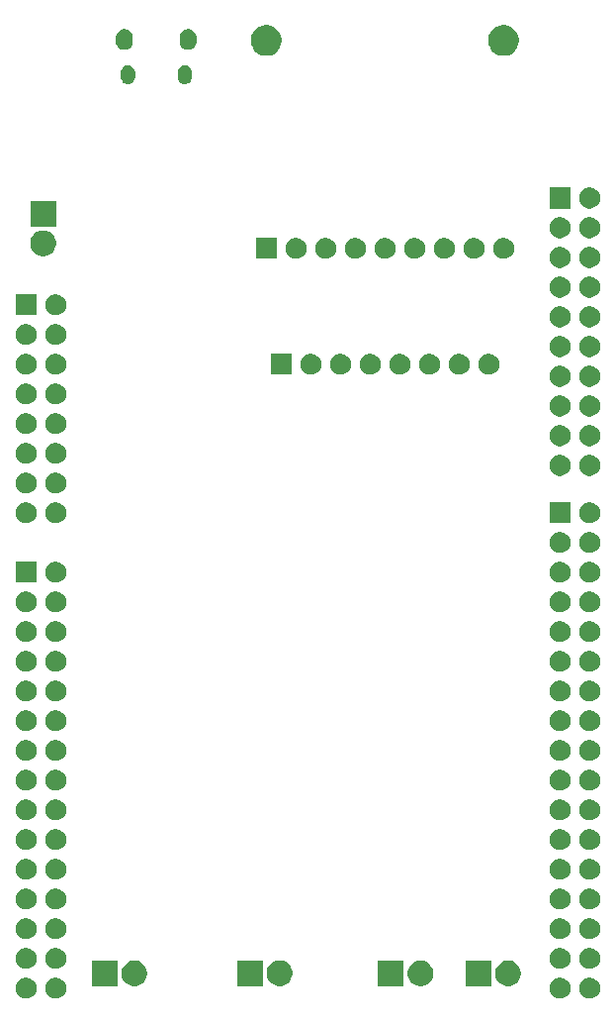
<source format=gbs>
G04 #@! TF.GenerationSoftware,KiCad,Pcbnew,(5.1.5-0)*
G04 #@! TF.CreationDate,2021-03-30T12:59:59-03:00*
G04 #@! TF.ProjectId,pwjsignal,70776a73-6967-46e6-916c-2e6b69636164,rev?*
G04 #@! TF.SameCoordinates,Original*
G04 #@! TF.FileFunction,Soldermask,Bot*
G04 #@! TF.FilePolarity,Negative*
%FSLAX46Y46*%
G04 Gerber Fmt 4.6, Leading zero omitted, Abs format (unit mm)*
G04 Created by KiCad (PCBNEW (5.1.5-0)) date 2021-03-30 12:59:59*
%MOMM*%
%LPD*%
G04 APERTURE LIST*
%ADD10C,0.152400*%
G04 APERTURE END LIST*
D10*
G36*
X178062754Y-123593817D02*
G01*
X178226689Y-123661721D01*
X178374227Y-123760303D01*
X178499697Y-123885773D01*
X178598279Y-124033311D01*
X178666183Y-124197246D01*
X178700800Y-124371279D01*
X178700800Y-124548721D01*
X178666183Y-124722754D01*
X178598279Y-124886689D01*
X178499697Y-125034227D01*
X178374227Y-125159697D01*
X178226689Y-125258279D01*
X178062754Y-125326183D01*
X177888721Y-125360800D01*
X177711279Y-125360800D01*
X177537246Y-125326183D01*
X177373311Y-125258279D01*
X177225773Y-125159697D01*
X177100303Y-125034227D01*
X177001721Y-124886689D01*
X176933817Y-124722754D01*
X176899200Y-124548721D01*
X176899200Y-124371279D01*
X176933817Y-124197246D01*
X177001721Y-124033311D01*
X177100303Y-123885773D01*
X177225773Y-123760303D01*
X177373311Y-123661721D01*
X177537246Y-123593817D01*
X177711279Y-123559200D01*
X177888721Y-123559200D01*
X178062754Y-123593817D01*
G37*
G36*
X175522754Y-123593817D02*
G01*
X175686689Y-123661721D01*
X175834227Y-123760303D01*
X175959697Y-123885773D01*
X176058279Y-124033311D01*
X176126183Y-124197246D01*
X176160800Y-124371279D01*
X176160800Y-124548721D01*
X176126183Y-124722754D01*
X176058279Y-124886689D01*
X175959697Y-125034227D01*
X175834227Y-125159697D01*
X175686689Y-125258279D01*
X175522754Y-125326183D01*
X175348721Y-125360800D01*
X175171279Y-125360800D01*
X174997246Y-125326183D01*
X174833311Y-125258279D01*
X174685773Y-125159697D01*
X174560303Y-125034227D01*
X174461721Y-124886689D01*
X174393817Y-124722754D01*
X174359200Y-124548721D01*
X174359200Y-124371279D01*
X174393817Y-124197246D01*
X174461721Y-124033311D01*
X174560303Y-123885773D01*
X174685773Y-123760303D01*
X174833311Y-123661721D01*
X174997246Y-123593817D01*
X175171279Y-123559200D01*
X175348721Y-123559200D01*
X175522754Y-123593817D01*
G37*
G36*
X132342754Y-123593817D02*
G01*
X132506689Y-123661721D01*
X132654227Y-123760303D01*
X132779697Y-123885773D01*
X132878279Y-124033311D01*
X132946183Y-124197246D01*
X132980800Y-124371279D01*
X132980800Y-124548721D01*
X132946183Y-124722754D01*
X132878279Y-124886689D01*
X132779697Y-125034227D01*
X132654227Y-125159697D01*
X132506689Y-125258279D01*
X132342754Y-125326183D01*
X132168721Y-125360800D01*
X131991279Y-125360800D01*
X131817246Y-125326183D01*
X131653311Y-125258279D01*
X131505773Y-125159697D01*
X131380303Y-125034227D01*
X131281721Y-124886689D01*
X131213817Y-124722754D01*
X131179200Y-124548721D01*
X131179200Y-124371279D01*
X131213817Y-124197246D01*
X131281721Y-124033311D01*
X131380303Y-123885773D01*
X131505773Y-123760303D01*
X131653311Y-123661721D01*
X131817246Y-123593817D01*
X131991279Y-123559200D01*
X132168721Y-123559200D01*
X132342754Y-123593817D01*
G37*
G36*
X129802754Y-123593817D02*
G01*
X129966689Y-123661721D01*
X130114227Y-123760303D01*
X130239697Y-123885773D01*
X130338279Y-124033311D01*
X130406183Y-124197246D01*
X130440800Y-124371279D01*
X130440800Y-124548721D01*
X130406183Y-124722754D01*
X130338279Y-124886689D01*
X130239697Y-125034227D01*
X130114227Y-125159697D01*
X129966689Y-125258279D01*
X129802754Y-125326183D01*
X129628721Y-125360800D01*
X129451279Y-125360800D01*
X129277246Y-125326183D01*
X129113311Y-125258279D01*
X128965773Y-125159697D01*
X128840303Y-125034227D01*
X128741721Y-124886689D01*
X128673817Y-124722754D01*
X128639200Y-124548721D01*
X128639200Y-124371279D01*
X128673817Y-124197246D01*
X128741721Y-124033311D01*
X128840303Y-123885773D01*
X128965773Y-123760303D01*
X129113311Y-123661721D01*
X129277246Y-123593817D01*
X129451279Y-123559200D01*
X129628721Y-123559200D01*
X129802754Y-123593817D01*
G37*
G36*
X139132092Y-122131503D02*
G01*
X139332424Y-122214483D01*
X139512721Y-122334954D01*
X139666046Y-122488279D01*
X139786517Y-122668576D01*
X139869497Y-122868908D01*
X139911800Y-123081580D01*
X139911800Y-123298420D01*
X139869497Y-123511092D01*
X139786517Y-123711424D01*
X139666046Y-123891721D01*
X139512721Y-124045046D01*
X139332424Y-124165517D01*
X139132092Y-124248497D01*
X138919420Y-124290800D01*
X138702580Y-124290800D01*
X138489908Y-124248497D01*
X138289576Y-124165517D01*
X138109279Y-124045046D01*
X137955954Y-123891721D01*
X137835483Y-123711424D01*
X137752503Y-123511092D01*
X137710200Y-123298420D01*
X137710200Y-123081580D01*
X137752503Y-122868908D01*
X137835483Y-122668576D01*
X137955954Y-122488279D01*
X138109279Y-122334954D01*
X138289576Y-122214483D01*
X138489908Y-122131503D01*
X138702580Y-122089200D01*
X138919420Y-122089200D01*
X139132092Y-122131503D01*
G37*
G36*
X137371800Y-124290800D02*
G01*
X135170200Y-124290800D01*
X135170200Y-122089200D01*
X137371800Y-122089200D01*
X137371800Y-124290800D01*
G37*
G36*
X171136092Y-122131503D02*
G01*
X171336424Y-122214483D01*
X171516721Y-122334954D01*
X171670046Y-122488279D01*
X171790517Y-122668576D01*
X171873497Y-122868908D01*
X171915800Y-123081580D01*
X171915800Y-123298420D01*
X171873497Y-123511092D01*
X171790517Y-123711424D01*
X171670046Y-123891721D01*
X171516721Y-124045046D01*
X171336424Y-124165517D01*
X171136092Y-124248497D01*
X170923420Y-124290800D01*
X170706580Y-124290800D01*
X170493908Y-124248497D01*
X170293576Y-124165517D01*
X170113279Y-124045046D01*
X169959954Y-123891721D01*
X169839483Y-123711424D01*
X169756503Y-123511092D01*
X169714200Y-123298420D01*
X169714200Y-123081580D01*
X169756503Y-122868908D01*
X169839483Y-122668576D01*
X169959954Y-122488279D01*
X170113279Y-122334954D01*
X170293576Y-122214483D01*
X170493908Y-122131503D01*
X170706580Y-122089200D01*
X170923420Y-122089200D01*
X171136092Y-122131503D01*
G37*
G36*
X169375800Y-124290800D02*
G01*
X167174200Y-124290800D01*
X167174200Y-122089200D01*
X169375800Y-122089200D01*
X169375800Y-124290800D01*
G37*
G36*
X163643092Y-122131503D02*
G01*
X163843424Y-122214483D01*
X164023721Y-122334954D01*
X164177046Y-122488279D01*
X164297517Y-122668576D01*
X164380497Y-122868908D01*
X164422800Y-123081580D01*
X164422800Y-123298420D01*
X164380497Y-123511092D01*
X164297517Y-123711424D01*
X164177046Y-123891721D01*
X164023721Y-124045046D01*
X163843424Y-124165517D01*
X163643092Y-124248497D01*
X163430420Y-124290800D01*
X163213580Y-124290800D01*
X163000908Y-124248497D01*
X162800576Y-124165517D01*
X162620279Y-124045046D01*
X162466954Y-123891721D01*
X162346483Y-123711424D01*
X162263503Y-123511092D01*
X162221200Y-123298420D01*
X162221200Y-123081580D01*
X162263503Y-122868908D01*
X162346483Y-122668576D01*
X162466954Y-122488279D01*
X162620279Y-122334954D01*
X162800576Y-122214483D01*
X163000908Y-122131503D01*
X163213580Y-122089200D01*
X163430420Y-122089200D01*
X163643092Y-122131503D01*
G37*
G36*
X161882800Y-124290800D02*
G01*
X159681200Y-124290800D01*
X159681200Y-122089200D01*
X161882800Y-122089200D01*
X161882800Y-124290800D01*
G37*
G36*
X151578092Y-122106103D02*
G01*
X151778424Y-122189083D01*
X151958721Y-122309554D01*
X152112046Y-122462879D01*
X152232517Y-122643176D01*
X152315497Y-122843508D01*
X152357800Y-123056180D01*
X152357800Y-123273020D01*
X152315497Y-123485692D01*
X152232517Y-123686024D01*
X152112046Y-123866321D01*
X151958721Y-124019646D01*
X151778424Y-124140117D01*
X151578092Y-124223097D01*
X151365420Y-124265400D01*
X151148580Y-124265400D01*
X150935908Y-124223097D01*
X150735576Y-124140117D01*
X150555279Y-124019646D01*
X150401954Y-123866321D01*
X150281483Y-123686024D01*
X150198503Y-123485692D01*
X150156200Y-123273020D01*
X150156200Y-123056180D01*
X150198503Y-122843508D01*
X150281483Y-122643176D01*
X150401954Y-122462879D01*
X150555279Y-122309554D01*
X150735576Y-122189083D01*
X150935908Y-122106103D01*
X151148580Y-122063800D01*
X151365420Y-122063800D01*
X151578092Y-122106103D01*
G37*
G36*
X149817800Y-124265400D02*
G01*
X147616200Y-124265400D01*
X147616200Y-122063800D01*
X149817800Y-122063800D01*
X149817800Y-124265400D01*
G37*
G36*
X178062754Y-121053817D02*
G01*
X178226689Y-121121721D01*
X178374227Y-121220303D01*
X178499697Y-121345773D01*
X178598279Y-121493311D01*
X178666183Y-121657246D01*
X178700800Y-121831279D01*
X178700800Y-122008721D01*
X178666183Y-122182754D01*
X178598279Y-122346689D01*
X178499697Y-122494227D01*
X178374227Y-122619697D01*
X178226689Y-122718279D01*
X178062754Y-122786183D01*
X177888721Y-122820800D01*
X177711279Y-122820800D01*
X177537246Y-122786183D01*
X177373311Y-122718279D01*
X177225773Y-122619697D01*
X177100303Y-122494227D01*
X177001721Y-122346689D01*
X176933817Y-122182754D01*
X176899200Y-122008721D01*
X176899200Y-121831279D01*
X176933817Y-121657246D01*
X177001721Y-121493311D01*
X177100303Y-121345773D01*
X177225773Y-121220303D01*
X177373311Y-121121721D01*
X177537246Y-121053817D01*
X177711279Y-121019200D01*
X177888721Y-121019200D01*
X178062754Y-121053817D01*
G37*
G36*
X175522754Y-121053817D02*
G01*
X175686689Y-121121721D01*
X175834227Y-121220303D01*
X175959697Y-121345773D01*
X176058279Y-121493311D01*
X176126183Y-121657246D01*
X176160800Y-121831279D01*
X176160800Y-122008721D01*
X176126183Y-122182754D01*
X176058279Y-122346689D01*
X175959697Y-122494227D01*
X175834227Y-122619697D01*
X175686689Y-122718279D01*
X175522754Y-122786183D01*
X175348721Y-122820800D01*
X175171279Y-122820800D01*
X174997246Y-122786183D01*
X174833311Y-122718279D01*
X174685773Y-122619697D01*
X174560303Y-122494227D01*
X174461721Y-122346689D01*
X174393817Y-122182754D01*
X174359200Y-122008721D01*
X174359200Y-121831279D01*
X174393817Y-121657246D01*
X174461721Y-121493311D01*
X174560303Y-121345773D01*
X174685773Y-121220303D01*
X174833311Y-121121721D01*
X174997246Y-121053817D01*
X175171279Y-121019200D01*
X175348721Y-121019200D01*
X175522754Y-121053817D01*
G37*
G36*
X132342754Y-121053817D02*
G01*
X132506689Y-121121721D01*
X132654227Y-121220303D01*
X132779697Y-121345773D01*
X132878279Y-121493311D01*
X132946183Y-121657246D01*
X132980800Y-121831279D01*
X132980800Y-122008721D01*
X132946183Y-122182754D01*
X132878279Y-122346689D01*
X132779697Y-122494227D01*
X132654227Y-122619697D01*
X132506689Y-122718279D01*
X132342754Y-122786183D01*
X132168721Y-122820800D01*
X131991279Y-122820800D01*
X131817246Y-122786183D01*
X131653311Y-122718279D01*
X131505773Y-122619697D01*
X131380303Y-122494227D01*
X131281721Y-122346689D01*
X131213817Y-122182754D01*
X131179200Y-122008721D01*
X131179200Y-121831279D01*
X131213817Y-121657246D01*
X131281721Y-121493311D01*
X131380303Y-121345773D01*
X131505773Y-121220303D01*
X131653311Y-121121721D01*
X131817246Y-121053817D01*
X131991279Y-121019200D01*
X132168721Y-121019200D01*
X132342754Y-121053817D01*
G37*
G36*
X129802754Y-121053817D02*
G01*
X129966689Y-121121721D01*
X130114227Y-121220303D01*
X130239697Y-121345773D01*
X130338279Y-121493311D01*
X130406183Y-121657246D01*
X130440800Y-121831279D01*
X130440800Y-122008721D01*
X130406183Y-122182754D01*
X130338279Y-122346689D01*
X130239697Y-122494227D01*
X130114227Y-122619697D01*
X129966689Y-122718279D01*
X129802754Y-122786183D01*
X129628721Y-122820800D01*
X129451279Y-122820800D01*
X129277246Y-122786183D01*
X129113311Y-122718279D01*
X128965773Y-122619697D01*
X128840303Y-122494227D01*
X128741721Y-122346689D01*
X128673817Y-122182754D01*
X128639200Y-122008721D01*
X128639200Y-121831279D01*
X128673817Y-121657246D01*
X128741721Y-121493311D01*
X128840303Y-121345773D01*
X128965773Y-121220303D01*
X129113311Y-121121721D01*
X129277246Y-121053817D01*
X129451279Y-121019200D01*
X129628721Y-121019200D01*
X129802754Y-121053817D01*
G37*
G36*
X132342754Y-118513817D02*
G01*
X132506689Y-118581721D01*
X132654227Y-118680303D01*
X132779697Y-118805773D01*
X132878279Y-118953311D01*
X132946183Y-119117246D01*
X132980800Y-119291279D01*
X132980800Y-119468721D01*
X132946183Y-119642754D01*
X132878279Y-119806689D01*
X132779697Y-119954227D01*
X132654227Y-120079697D01*
X132506689Y-120178279D01*
X132342754Y-120246183D01*
X132168721Y-120280800D01*
X131991279Y-120280800D01*
X131817246Y-120246183D01*
X131653311Y-120178279D01*
X131505773Y-120079697D01*
X131380303Y-119954227D01*
X131281721Y-119806689D01*
X131213817Y-119642754D01*
X131179200Y-119468721D01*
X131179200Y-119291279D01*
X131213817Y-119117246D01*
X131281721Y-118953311D01*
X131380303Y-118805773D01*
X131505773Y-118680303D01*
X131653311Y-118581721D01*
X131817246Y-118513817D01*
X131991279Y-118479200D01*
X132168721Y-118479200D01*
X132342754Y-118513817D01*
G37*
G36*
X129802754Y-118513817D02*
G01*
X129966689Y-118581721D01*
X130114227Y-118680303D01*
X130239697Y-118805773D01*
X130338279Y-118953311D01*
X130406183Y-119117246D01*
X130440800Y-119291279D01*
X130440800Y-119468721D01*
X130406183Y-119642754D01*
X130338279Y-119806689D01*
X130239697Y-119954227D01*
X130114227Y-120079697D01*
X129966689Y-120178279D01*
X129802754Y-120246183D01*
X129628721Y-120280800D01*
X129451279Y-120280800D01*
X129277246Y-120246183D01*
X129113311Y-120178279D01*
X128965773Y-120079697D01*
X128840303Y-119954227D01*
X128741721Y-119806689D01*
X128673817Y-119642754D01*
X128639200Y-119468721D01*
X128639200Y-119291279D01*
X128673817Y-119117246D01*
X128741721Y-118953311D01*
X128840303Y-118805773D01*
X128965773Y-118680303D01*
X129113311Y-118581721D01*
X129277246Y-118513817D01*
X129451279Y-118479200D01*
X129628721Y-118479200D01*
X129802754Y-118513817D01*
G37*
G36*
X175522754Y-118513817D02*
G01*
X175686689Y-118581721D01*
X175834227Y-118680303D01*
X175959697Y-118805773D01*
X176058279Y-118953311D01*
X176126183Y-119117246D01*
X176160800Y-119291279D01*
X176160800Y-119468721D01*
X176126183Y-119642754D01*
X176058279Y-119806689D01*
X175959697Y-119954227D01*
X175834227Y-120079697D01*
X175686689Y-120178279D01*
X175522754Y-120246183D01*
X175348721Y-120280800D01*
X175171279Y-120280800D01*
X174997246Y-120246183D01*
X174833311Y-120178279D01*
X174685773Y-120079697D01*
X174560303Y-119954227D01*
X174461721Y-119806689D01*
X174393817Y-119642754D01*
X174359200Y-119468721D01*
X174359200Y-119291279D01*
X174393817Y-119117246D01*
X174461721Y-118953311D01*
X174560303Y-118805773D01*
X174685773Y-118680303D01*
X174833311Y-118581721D01*
X174997246Y-118513817D01*
X175171279Y-118479200D01*
X175348721Y-118479200D01*
X175522754Y-118513817D01*
G37*
G36*
X178062754Y-118513817D02*
G01*
X178226689Y-118581721D01*
X178374227Y-118680303D01*
X178499697Y-118805773D01*
X178598279Y-118953311D01*
X178666183Y-119117246D01*
X178700800Y-119291279D01*
X178700800Y-119468721D01*
X178666183Y-119642754D01*
X178598279Y-119806689D01*
X178499697Y-119954227D01*
X178374227Y-120079697D01*
X178226689Y-120178279D01*
X178062754Y-120246183D01*
X177888721Y-120280800D01*
X177711279Y-120280800D01*
X177537246Y-120246183D01*
X177373311Y-120178279D01*
X177225773Y-120079697D01*
X177100303Y-119954227D01*
X177001721Y-119806689D01*
X176933817Y-119642754D01*
X176899200Y-119468721D01*
X176899200Y-119291279D01*
X176933817Y-119117246D01*
X177001721Y-118953311D01*
X177100303Y-118805773D01*
X177225773Y-118680303D01*
X177373311Y-118581721D01*
X177537246Y-118513817D01*
X177711279Y-118479200D01*
X177888721Y-118479200D01*
X178062754Y-118513817D01*
G37*
G36*
X178062754Y-115973817D02*
G01*
X178226689Y-116041721D01*
X178374227Y-116140303D01*
X178499697Y-116265773D01*
X178598279Y-116413311D01*
X178666183Y-116577246D01*
X178700800Y-116751279D01*
X178700800Y-116928721D01*
X178666183Y-117102754D01*
X178598279Y-117266689D01*
X178499697Y-117414227D01*
X178374227Y-117539697D01*
X178226689Y-117638279D01*
X178062754Y-117706183D01*
X177888721Y-117740800D01*
X177711279Y-117740800D01*
X177537246Y-117706183D01*
X177373311Y-117638279D01*
X177225773Y-117539697D01*
X177100303Y-117414227D01*
X177001721Y-117266689D01*
X176933817Y-117102754D01*
X176899200Y-116928721D01*
X176899200Y-116751279D01*
X176933817Y-116577246D01*
X177001721Y-116413311D01*
X177100303Y-116265773D01*
X177225773Y-116140303D01*
X177373311Y-116041721D01*
X177537246Y-115973817D01*
X177711279Y-115939200D01*
X177888721Y-115939200D01*
X178062754Y-115973817D01*
G37*
G36*
X129802754Y-115973817D02*
G01*
X129966689Y-116041721D01*
X130114227Y-116140303D01*
X130239697Y-116265773D01*
X130338279Y-116413311D01*
X130406183Y-116577246D01*
X130440800Y-116751279D01*
X130440800Y-116928721D01*
X130406183Y-117102754D01*
X130338279Y-117266689D01*
X130239697Y-117414227D01*
X130114227Y-117539697D01*
X129966689Y-117638279D01*
X129802754Y-117706183D01*
X129628721Y-117740800D01*
X129451279Y-117740800D01*
X129277246Y-117706183D01*
X129113311Y-117638279D01*
X128965773Y-117539697D01*
X128840303Y-117414227D01*
X128741721Y-117266689D01*
X128673817Y-117102754D01*
X128639200Y-116928721D01*
X128639200Y-116751279D01*
X128673817Y-116577246D01*
X128741721Y-116413311D01*
X128840303Y-116265773D01*
X128965773Y-116140303D01*
X129113311Y-116041721D01*
X129277246Y-115973817D01*
X129451279Y-115939200D01*
X129628721Y-115939200D01*
X129802754Y-115973817D01*
G37*
G36*
X132342754Y-115973817D02*
G01*
X132506689Y-116041721D01*
X132654227Y-116140303D01*
X132779697Y-116265773D01*
X132878279Y-116413311D01*
X132946183Y-116577246D01*
X132980800Y-116751279D01*
X132980800Y-116928721D01*
X132946183Y-117102754D01*
X132878279Y-117266689D01*
X132779697Y-117414227D01*
X132654227Y-117539697D01*
X132506689Y-117638279D01*
X132342754Y-117706183D01*
X132168721Y-117740800D01*
X131991279Y-117740800D01*
X131817246Y-117706183D01*
X131653311Y-117638279D01*
X131505773Y-117539697D01*
X131380303Y-117414227D01*
X131281721Y-117266689D01*
X131213817Y-117102754D01*
X131179200Y-116928721D01*
X131179200Y-116751279D01*
X131213817Y-116577246D01*
X131281721Y-116413311D01*
X131380303Y-116265773D01*
X131505773Y-116140303D01*
X131653311Y-116041721D01*
X131817246Y-115973817D01*
X131991279Y-115939200D01*
X132168721Y-115939200D01*
X132342754Y-115973817D01*
G37*
G36*
X175522754Y-115973817D02*
G01*
X175686689Y-116041721D01*
X175834227Y-116140303D01*
X175959697Y-116265773D01*
X176058279Y-116413311D01*
X176126183Y-116577246D01*
X176160800Y-116751279D01*
X176160800Y-116928721D01*
X176126183Y-117102754D01*
X176058279Y-117266689D01*
X175959697Y-117414227D01*
X175834227Y-117539697D01*
X175686689Y-117638279D01*
X175522754Y-117706183D01*
X175348721Y-117740800D01*
X175171279Y-117740800D01*
X174997246Y-117706183D01*
X174833311Y-117638279D01*
X174685773Y-117539697D01*
X174560303Y-117414227D01*
X174461721Y-117266689D01*
X174393817Y-117102754D01*
X174359200Y-116928721D01*
X174359200Y-116751279D01*
X174393817Y-116577246D01*
X174461721Y-116413311D01*
X174560303Y-116265773D01*
X174685773Y-116140303D01*
X174833311Y-116041721D01*
X174997246Y-115973817D01*
X175171279Y-115939200D01*
X175348721Y-115939200D01*
X175522754Y-115973817D01*
G37*
G36*
X129802754Y-113433817D02*
G01*
X129966689Y-113501721D01*
X130114227Y-113600303D01*
X130239697Y-113725773D01*
X130338279Y-113873311D01*
X130406183Y-114037246D01*
X130440800Y-114211279D01*
X130440800Y-114388721D01*
X130406183Y-114562754D01*
X130338279Y-114726689D01*
X130239697Y-114874227D01*
X130114227Y-114999697D01*
X129966689Y-115098279D01*
X129802754Y-115166183D01*
X129628721Y-115200800D01*
X129451279Y-115200800D01*
X129277246Y-115166183D01*
X129113311Y-115098279D01*
X128965773Y-114999697D01*
X128840303Y-114874227D01*
X128741721Y-114726689D01*
X128673817Y-114562754D01*
X128639200Y-114388721D01*
X128639200Y-114211279D01*
X128673817Y-114037246D01*
X128741721Y-113873311D01*
X128840303Y-113725773D01*
X128965773Y-113600303D01*
X129113311Y-113501721D01*
X129277246Y-113433817D01*
X129451279Y-113399200D01*
X129628721Y-113399200D01*
X129802754Y-113433817D01*
G37*
G36*
X132342754Y-113433817D02*
G01*
X132506689Y-113501721D01*
X132654227Y-113600303D01*
X132779697Y-113725773D01*
X132878279Y-113873311D01*
X132946183Y-114037246D01*
X132980800Y-114211279D01*
X132980800Y-114388721D01*
X132946183Y-114562754D01*
X132878279Y-114726689D01*
X132779697Y-114874227D01*
X132654227Y-114999697D01*
X132506689Y-115098279D01*
X132342754Y-115166183D01*
X132168721Y-115200800D01*
X131991279Y-115200800D01*
X131817246Y-115166183D01*
X131653311Y-115098279D01*
X131505773Y-114999697D01*
X131380303Y-114874227D01*
X131281721Y-114726689D01*
X131213817Y-114562754D01*
X131179200Y-114388721D01*
X131179200Y-114211279D01*
X131213817Y-114037246D01*
X131281721Y-113873311D01*
X131380303Y-113725773D01*
X131505773Y-113600303D01*
X131653311Y-113501721D01*
X131817246Y-113433817D01*
X131991279Y-113399200D01*
X132168721Y-113399200D01*
X132342754Y-113433817D01*
G37*
G36*
X175522754Y-113433817D02*
G01*
X175686689Y-113501721D01*
X175834227Y-113600303D01*
X175959697Y-113725773D01*
X176058279Y-113873311D01*
X176126183Y-114037246D01*
X176160800Y-114211279D01*
X176160800Y-114388721D01*
X176126183Y-114562754D01*
X176058279Y-114726689D01*
X175959697Y-114874227D01*
X175834227Y-114999697D01*
X175686689Y-115098279D01*
X175522754Y-115166183D01*
X175348721Y-115200800D01*
X175171279Y-115200800D01*
X174997246Y-115166183D01*
X174833311Y-115098279D01*
X174685773Y-114999697D01*
X174560303Y-114874227D01*
X174461721Y-114726689D01*
X174393817Y-114562754D01*
X174359200Y-114388721D01*
X174359200Y-114211279D01*
X174393817Y-114037246D01*
X174461721Y-113873311D01*
X174560303Y-113725773D01*
X174685773Y-113600303D01*
X174833311Y-113501721D01*
X174997246Y-113433817D01*
X175171279Y-113399200D01*
X175348721Y-113399200D01*
X175522754Y-113433817D01*
G37*
G36*
X178062754Y-113433817D02*
G01*
X178226689Y-113501721D01*
X178374227Y-113600303D01*
X178499697Y-113725773D01*
X178598279Y-113873311D01*
X178666183Y-114037246D01*
X178700800Y-114211279D01*
X178700800Y-114388721D01*
X178666183Y-114562754D01*
X178598279Y-114726689D01*
X178499697Y-114874227D01*
X178374227Y-114999697D01*
X178226689Y-115098279D01*
X178062754Y-115166183D01*
X177888721Y-115200800D01*
X177711279Y-115200800D01*
X177537246Y-115166183D01*
X177373311Y-115098279D01*
X177225773Y-114999697D01*
X177100303Y-114874227D01*
X177001721Y-114726689D01*
X176933817Y-114562754D01*
X176899200Y-114388721D01*
X176899200Y-114211279D01*
X176933817Y-114037246D01*
X177001721Y-113873311D01*
X177100303Y-113725773D01*
X177225773Y-113600303D01*
X177373311Y-113501721D01*
X177537246Y-113433817D01*
X177711279Y-113399200D01*
X177888721Y-113399200D01*
X178062754Y-113433817D01*
G37*
G36*
X129802754Y-110893817D02*
G01*
X129966689Y-110961721D01*
X130114227Y-111060303D01*
X130239697Y-111185773D01*
X130338279Y-111333311D01*
X130406183Y-111497246D01*
X130440800Y-111671279D01*
X130440800Y-111848721D01*
X130406183Y-112022754D01*
X130338279Y-112186689D01*
X130239697Y-112334227D01*
X130114227Y-112459697D01*
X129966689Y-112558279D01*
X129802754Y-112626183D01*
X129628721Y-112660800D01*
X129451279Y-112660800D01*
X129277246Y-112626183D01*
X129113311Y-112558279D01*
X128965773Y-112459697D01*
X128840303Y-112334227D01*
X128741721Y-112186689D01*
X128673817Y-112022754D01*
X128639200Y-111848721D01*
X128639200Y-111671279D01*
X128673817Y-111497246D01*
X128741721Y-111333311D01*
X128840303Y-111185773D01*
X128965773Y-111060303D01*
X129113311Y-110961721D01*
X129277246Y-110893817D01*
X129451279Y-110859200D01*
X129628721Y-110859200D01*
X129802754Y-110893817D01*
G37*
G36*
X178062754Y-110893817D02*
G01*
X178226689Y-110961721D01*
X178374227Y-111060303D01*
X178499697Y-111185773D01*
X178598279Y-111333311D01*
X178666183Y-111497246D01*
X178700800Y-111671279D01*
X178700800Y-111848721D01*
X178666183Y-112022754D01*
X178598279Y-112186689D01*
X178499697Y-112334227D01*
X178374227Y-112459697D01*
X178226689Y-112558279D01*
X178062754Y-112626183D01*
X177888721Y-112660800D01*
X177711279Y-112660800D01*
X177537246Y-112626183D01*
X177373311Y-112558279D01*
X177225773Y-112459697D01*
X177100303Y-112334227D01*
X177001721Y-112186689D01*
X176933817Y-112022754D01*
X176899200Y-111848721D01*
X176899200Y-111671279D01*
X176933817Y-111497246D01*
X177001721Y-111333311D01*
X177100303Y-111185773D01*
X177225773Y-111060303D01*
X177373311Y-110961721D01*
X177537246Y-110893817D01*
X177711279Y-110859200D01*
X177888721Y-110859200D01*
X178062754Y-110893817D01*
G37*
G36*
X175522754Y-110893817D02*
G01*
X175686689Y-110961721D01*
X175834227Y-111060303D01*
X175959697Y-111185773D01*
X176058279Y-111333311D01*
X176126183Y-111497246D01*
X176160800Y-111671279D01*
X176160800Y-111848721D01*
X176126183Y-112022754D01*
X176058279Y-112186689D01*
X175959697Y-112334227D01*
X175834227Y-112459697D01*
X175686689Y-112558279D01*
X175522754Y-112626183D01*
X175348721Y-112660800D01*
X175171279Y-112660800D01*
X174997246Y-112626183D01*
X174833311Y-112558279D01*
X174685773Y-112459697D01*
X174560303Y-112334227D01*
X174461721Y-112186689D01*
X174393817Y-112022754D01*
X174359200Y-111848721D01*
X174359200Y-111671279D01*
X174393817Y-111497246D01*
X174461721Y-111333311D01*
X174560303Y-111185773D01*
X174685773Y-111060303D01*
X174833311Y-110961721D01*
X174997246Y-110893817D01*
X175171279Y-110859200D01*
X175348721Y-110859200D01*
X175522754Y-110893817D01*
G37*
G36*
X132342754Y-110893817D02*
G01*
X132506689Y-110961721D01*
X132654227Y-111060303D01*
X132779697Y-111185773D01*
X132878279Y-111333311D01*
X132946183Y-111497246D01*
X132980800Y-111671279D01*
X132980800Y-111848721D01*
X132946183Y-112022754D01*
X132878279Y-112186689D01*
X132779697Y-112334227D01*
X132654227Y-112459697D01*
X132506689Y-112558279D01*
X132342754Y-112626183D01*
X132168721Y-112660800D01*
X131991279Y-112660800D01*
X131817246Y-112626183D01*
X131653311Y-112558279D01*
X131505773Y-112459697D01*
X131380303Y-112334227D01*
X131281721Y-112186689D01*
X131213817Y-112022754D01*
X131179200Y-111848721D01*
X131179200Y-111671279D01*
X131213817Y-111497246D01*
X131281721Y-111333311D01*
X131380303Y-111185773D01*
X131505773Y-111060303D01*
X131653311Y-110961721D01*
X131817246Y-110893817D01*
X131991279Y-110859200D01*
X132168721Y-110859200D01*
X132342754Y-110893817D01*
G37*
G36*
X178062754Y-108353817D02*
G01*
X178226689Y-108421721D01*
X178374227Y-108520303D01*
X178499697Y-108645773D01*
X178598279Y-108793311D01*
X178666183Y-108957246D01*
X178700800Y-109131279D01*
X178700800Y-109308721D01*
X178666183Y-109482754D01*
X178598279Y-109646689D01*
X178499697Y-109794227D01*
X178374227Y-109919697D01*
X178226689Y-110018279D01*
X178062754Y-110086183D01*
X177888721Y-110120800D01*
X177711279Y-110120800D01*
X177537246Y-110086183D01*
X177373311Y-110018279D01*
X177225773Y-109919697D01*
X177100303Y-109794227D01*
X177001721Y-109646689D01*
X176933817Y-109482754D01*
X176899200Y-109308721D01*
X176899200Y-109131279D01*
X176933817Y-108957246D01*
X177001721Y-108793311D01*
X177100303Y-108645773D01*
X177225773Y-108520303D01*
X177373311Y-108421721D01*
X177537246Y-108353817D01*
X177711279Y-108319200D01*
X177888721Y-108319200D01*
X178062754Y-108353817D01*
G37*
G36*
X175522754Y-108353817D02*
G01*
X175686689Y-108421721D01*
X175834227Y-108520303D01*
X175959697Y-108645773D01*
X176058279Y-108793311D01*
X176126183Y-108957246D01*
X176160800Y-109131279D01*
X176160800Y-109308721D01*
X176126183Y-109482754D01*
X176058279Y-109646689D01*
X175959697Y-109794227D01*
X175834227Y-109919697D01*
X175686689Y-110018279D01*
X175522754Y-110086183D01*
X175348721Y-110120800D01*
X175171279Y-110120800D01*
X174997246Y-110086183D01*
X174833311Y-110018279D01*
X174685773Y-109919697D01*
X174560303Y-109794227D01*
X174461721Y-109646689D01*
X174393817Y-109482754D01*
X174359200Y-109308721D01*
X174359200Y-109131279D01*
X174393817Y-108957246D01*
X174461721Y-108793311D01*
X174560303Y-108645773D01*
X174685773Y-108520303D01*
X174833311Y-108421721D01*
X174997246Y-108353817D01*
X175171279Y-108319200D01*
X175348721Y-108319200D01*
X175522754Y-108353817D01*
G37*
G36*
X129802754Y-108353817D02*
G01*
X129966689Y-108421721D01*
X130114227Y-108520303D01*
X130239697Y-108645773D01*
X130338279Y-108793311D01*
X130406183Y-108957246D01*
X130440800Y-109131279D01*
X130440800Y-109308721D01*
X130406183Y-109482754D01*
X130338279Y-109646689D01*
X130239697Y-109794227D01*
X130114227Y-109919697D01*
X129966689Y-110018279D01*
X129802754Y-110086183D01*
X129628721Y-110120800D01*
X129451279Y-110120800D01*
X129277246Y-110086183D01*
X129113311Y-110018279D01*
X128965773Y-109919697D01*
X128840303Y-109794227D01*
X128741721Y-109646689D01*
X128673817Y-109482754D01*
X128639200Y-109308721D01*
X128639200Y-109131279D01*
X128673817Y-108957246D01*
X128741721Y-108793311D01*
X128840303Y-108645773D01*
X128965773Y-108520303D01*
X129113311Y-108421721D01*
X129277246Y-108353817D01*
X129451279Y-108319200D01*
X129628721Y-108319200D01*
X129802754Y-108353817D01*
G37*
G36*
X132342754Y-108353817D02*
G01*
X132506689Y-108421721D01*
X132654227Y-108520303D01*
X132779697Y-108645773D01*
X132878279Y-108793311D01*
X132946183Y-108957246D01*
X132980800Y-109131279D01*
X132980800Y-109308721D01*
X132946183Y-109482754D01*
X132878279Y-109646689D01*
X132779697Y-109794227D01*
X132654227Y-109919697D01*
X132506689Y-110018279D01*
X132342754Y-110086183D01*
X132168721Y-110120800D01*
X131991279Y-110120800D01*
X131817246Y-110086183D01*
X131653311Y-110018279D01*
X131505773Y-109919697D01*
X131380303Y-109794227D01*
X131281721Y-109646689D01*
X131213817Y-109482754D01*
X131179200Y-109308721D01*
X131179200Y-109131279D01*
X131213817Y-108957246D01*
X131281721Y-108793311D01*
X131380303Y-108645773D01*
X131505773Y-108520303D01*
X131653311Y-108421721D01*
X131817246Y-108353817D01*
X131991279Y-108319200D01*
X132168721Y-108319200D01*
X132342754Y-108353817D01*
G37*
G36*
X178062754Y-105813817D02*
G01*
X178226689Y-105881721D01*
X178374227Y-105980303D01*
X178499697Y-106105773D01*
X178598279Y-106253311D01*
X178666183Y-106417246D01*
X178700800Y-106591279D01*
X178700800Y-106768721D01*
X178666183Y-106942754D01*
X178598279Y-107106689D01*
X178499697Y-107254227D01*
X178374227Y-107379697D01*
X178226689Y-107478279D01*
X178062754Y-107546183D01*
X177888721Y-107580800D01*
X177711279Y-107580800D01*
X177537246Y-107546183D01*
X177373311Y-107478279D01*
X177225773Y-107379697D01*
X177100303Y-107254227D01*
X177001721Y-107106689D01*
X176933817Y-106942754D01*
X176899200Y-106768721D01*
X176899200Y-106591279D01*
X176933817Y-106417246D01*
X177001721Y-106253311D01*
X177100303Y-106105773D01*
X177225773Y-105980303D01*
X177373311Y-105881721D01*
X177537246Y-105813817D01*
X177711279Y-105779200D01*
X177888721Y-105779200D01*
X178062754Y-105813817D01*
G37*
G36*
X175522754Y-105813817D02*
G01*
X175686689Y-105881721D01*
X175834227Y-105980303D01*
X175959697Y-106105773D01*
X176058279Y-106253311D01*
X176126183Y-106417246D01*
X176160800Y-106591279D01*
X176160800Y-106768721D01*
X176126183Y-106942754D01*
X176058279Y-107106689D01*
X175959697Y-107254227D01*
X175834227Y-107379697D01*
X175686689Y-107478279D01*
X175522754Y-107546183D01*
X175348721Y-107580800D01*
X175171279Y-107580800D01*
X174997246Y-107546183D01*
X174833311Y-107478279D01*
X174685773Y-107379697D01*
X174560303Y-107254227D01*
X174461721Y-107106689D01*
X174393817Y-106942754D01*
X174359200Y-106768721D01*
X174359200Y-106591279D01*
X174393817Y-106417246D01*
X174461721Y-106253311D01*
X174560303Y-106105773D01*
X174685773Y-105980303D01*
X174833311Y-105881721D01*
X174997246Y-105813817D01*
X175171279Y-105779200D01*
X175348721Y-105779200D01*
X175522754Y-105813817D01*
G37*
G36*
X129802754Y-105813817D02*
G01*
X129966689Y-105881721D01*
X130114227Y-105980303D01*
X130239697Y-106105773D01*
X130338279Y-106253311D01*
X130406183Y-106417246D01*
X130440800Y-106591279D01*
X130440800Y-106768721D01*
X130406183Y-106942754D01*
X130338279Y-107106689D01*
X130239697Y-107254227D01*
X130114227Y-107379697D01*
X129966689Y-107478279D01*
X129802754Y-107546183D01*
X129628721Y-107580800D01*
X129451279Y-107580800D01*
X129277246Y-107546183D01*
X129113311Y-107478279D01*
X128965773Y-107379697D01*
X128840303Y-107254227D01*
X128741721Y-107106689D01*
X128673817Y-106942754D01*
X128639200Y-106768721D01*
X128639200Y-106591279D01*
X128673817Y-106417246D01*
X128741721Y-106253311D01*
X128840303Y-106105773D01*
X128965773Y-105980303D01*
X129113311Y-105881721D01*
X129277246Y-105813817D01*
X129451279Y-105779200D01*
X129628721Y-105779200D01*
X129802754Y-105813817D01*
G37*
G36*
X132342754Y-105813817D02*
G01*
X132506689Y-105881721D01*
X132654227Y-105980303D01*
X132779697Y-106105773D01*
X132878279Y-106253311D01*
X132946183Y-106417246D01*
X132980800Y-106591279D01*
X132980800Y-106768721D01*
X132946183Y-106942754D01*
X132878279Y-107106689D01*
X132779697Y-107254227D01*
X132654227Y-107379697D01*
X132506689Y-107478279D01*
X132342754Y-107546183D01*
X132168721Y-107580800D01*
X131991279Y-107580800D01*
X131817246Y-107546183D01*
X131653311Y-107478279D01*
X131505773Y-107379697D01*
X131380303Y-107254227D01*
X131281721Y-107106689D01*
X131213817Y-106942754D01*
X131179200Y-106768721D01*
X131179200Y-106591279D01*
X131213817Y-106417246D01*
X131281721Y-106253311D01*
X131380303Y-106105773D01*
X131505773Y-105980303D01*
X131653311Y-105881721D01*
X131817246Y-105813817D01*
X131991279Y-105779200D01*
X132168721Y-105779200D01*
X132342754Y-105813817D01*
G37*
G36*
X132342754Y-103273817D02*
G01*
X132506689Y-103341721D01*
X132654227Y-103440303D01*
X132779697Y-103565773D01*
X132878279Y-103713311D01*
X132946183Y-103877246D01*
X132980800Y-104051279D01*
X132980800Y-104228721D01*
X132946183Y-104402754D01*
X132878279Y-104566689D01*
X132779697Y-104714227D01*
X132654227Y-104839697D01*
X132506689Y-104938279D01*
X132342754Y-105006183D01*
X132168721Y-105040800D01*
X131991279Y-105040800D01*
X131817246Y-105006183D01*
X131653311Y-104938279D01*
X131505773Y-104839697D01*
X131380303Y-104714227D01*
X131281721Y-104566689D01*
X131213817Y-104402754D01*
X131179200Y-104228721D01*
X131179200Y-104051279D01*
X131213817Y-103877246D01*
X131281721Y-103713311D01*
X131380303Y-103565773D01*
X131505773Y-103440303D01*
X131653311Y-103341721D01*
X131817246Y-103273817D01*
X131991279Y-103239200D01*
X132168721Y-103239200D01*
X132342754Y-103273817D01*
G37*
G36*
X178062754Y-103273817D02*
G01*
X178226689Y-103341721D01*
X178374227Y-103440303D01*
X178499697Y-103565773D01*
X178598279Y-103713311D01*
X178666183Y-103877246D01*
X178700800Y-104051279D01*
X178700800Y-104228721D01*
X178666183Y-104402754D01*
X178598279Y-104566689D01*
X178499697Y-104714227D01*
X178374227Y-104839697D01*
X178226689Y-104938279D01*
X178062754Y-105006183D01*
X177888721Y-105040800D01*
X177711279Y-105040800D01*
X177537246Y-105006183D01*
X177373311Y-104938279D01*
X177225773Y-104839697D01*
X177100303Y-104714227D01*
X177001721Y-104566689D01*
X176933817Y-104402754D01*
X176899200Y-104228721D01*
X176899200Y-104051279D01*
X176933817Y-103877246D01*
X177001721Y-103713311D01*
X177100303Y-103565773D01*
X177225773Y-103440303D01*
X177373311Y-103341721D01*
X177537246Y-103273817D01*
X177711279Y-103239200D01*
X177888721Y-103239200D01*
X178062754Y-103273817D01*
G37*
G36*
X129802754Y-103273817D02*
G01*
X129966689Y-103341721D01*
X130114227Y-103440303D01*
X130239697Y-103565773D01*
X130338279Y-103713311D01*
X130406183Y-103877246D01*
X130440800Y-104051279D01*
X130440800Y-104228721D01*
X130406183Y-104402754D01*
X130338279Y-104566689D01*
X130239697Y-104714227D01*
X130114227Y-104839697D01*
X129966689Y-104938279D01*
X129802754Y-105006183D01*
X129628721Y-105040800D01*
X129451279Y-105040800D01*
X129277246Y-105006183D01*
X129113311Y-104938279D01*
X128965773Y-104839697D01*
X128840303Y-104714227D01*
X128741721Y-104566689D01*
X128673817Y-104402754D01*
X128639200Y-104228721D01*
X128639200Y-104051279D01*
X128673817Y-103877246D01*
X128741721Y-103713311D01*
X128840303Y-103565773D01*
X128965773Y-103440303D01*
X129113311Y-103341721D01*
X129277246Y-103273817D01*
X129451279Y-103239200D01*
X129628721Y-103239200D01*
X129802754Y-103273817D01*
G37*
G36*
X175522754Y-103273817D02*
G01*
X175686689Y-103341721D01*
X175834227Y-103440303D01*
X175959697Y-103565773D01*
X176058279Y-103713311D01*
X176126183Y-103877246D01*
X176160800Y-104051279D01*
X176160800Y-104228721D01*
X176126183Y-104402754D01*
X176058279Y-104566689D01*
X175959697Y-104714227D01*
X175834227Y-104839697D01*
X175686689Y-104938279D01*
X175522754Y-105006183D01*
X175348721Y-105040800D01*
X175171279Y-105040800D01*
X174997246Y-105006183D01*
X174833311Y-104938279D01*
X174685773Y-104839697D01*
X174560303Y-104714227D01*
X174461721Y-104566689D01*
X174393817Y-104402754D01*
X174359200Y-104228721D01*
X174359200Y-104051279D01*
X174393817Y-103877246D01*
X174461721Y-103713311D01*
X174560303Y-103565773D01*
X174685773Y-103440303D01*
X174833311Y-103341721D01*
X174997246Y-103273817D01*
X175171279Y-103239200D01*
X175348721Y-103239200D01*
X175522754Y-103273817D01*
G37*
G36*
X132342754Y-100733817D02*
G01*
X132506689Y-100801721D01*
X132654227Y-100900303D01*
X132779697Y-101025773D01*
X132878279Y-101173311D01*
X132946183Y-101337246D01*
X132980800Y-101511279D01*
X132980800Y-101688721D01*
X132946183Y-101862754D01*
X132878279Y-102026689D01*
X132779697Y-102174227D01*
X132654227Y-102299697D01*
X132506689Y-102398279D01*
X132342754Y-102466183D01*
X132168721Y-102500800D01*
X131991279Y-102500800D01*
X131817246Y-102466183D01*
X131653311Y-102398279D01*
X131505773Y-102299697D01*
X131380303Y-102174227D01*
X131281721Y-102026689D01*
X131213817Y-101862754D01*
X131179200Y-101688721D01*
X131179200Y-101511279D01*
X131213817Y-101337246D01*
X131281721Y-101173311D01*
X131380303Y-101025773D01*
X131505773Y-100900303D01*
X131653311Y-100801721D01*
X131817246Y-100733817D01*
X131991279Y-100699200D01*
X132168721Y-100699200D01*
X132342754Y-100733817D01*
G37*
G36*
X129802754Y-100733817D02*
G01*
X129966689Y-100801721D01*
X130114227Y-100900303D01*
X130239697Y-101025773D01*
X130338279Y-101173311D01*
X130406183Y-101337246D01*
X130440800Y-101511279D01*
X130440800Y-101688721D01*
X130406183Y-101862754D01*
X130338279Y-102026689D01*
X130239697Y-102174227D01*
X130114227Y-102299697D01*
X129966689Y-102398279D01*
X129802754Y-102466183D01*
X129628721Y-102500800D01*
X129451279Y-102500800D01*
X129277246Y-102466183D01*
X129113311Y-102398279D01*
X128965773Y-102299697D01*
X128840303Y-102174227D01*
X128741721Y-102026689D01*
X128673817Y-101862754D01*
X128639200Y-101688721D01*
X128639200Y-101511279D01*
X128673817Y-101337246D01*
X128741721Y-101173311D01*
X128840303Y-101025773D01*
X128965773Y-100900303D01*
X129113311Y-100801721D01*
X129277246Y-100733817D01*
X129451279Y-100699200D01*
X129628721Y-100699200D01*
X129802754Y-100733817D01*
G37*
G36*
X175522754Y-100733817D02*
G01*
X175686689Y-100801721D01*
X175834227Y-100900303D01*
X175959697Y-101025773D01*
X176058279Y-101173311D01*
X176126183Y-101337246D01*
X176160800Y-101511279D01*
X176160800Y-101688721D01*
X176126183Y-101862754D01*
X176058279Y-102026689D01*
X175959697Y-102174227D01*
X175834227Y-102299697D01*
X175686689Y-102398279D01*
X175522754Y-102466183D01*
X175348721Y-102500800D01*
X175171279Y-102500800D01*
X174997246Y-102466183D01*
X174833311Y-102398279D01*
X174685773Y-102299697D01*
X174560303Y-102174227D01*
X174461721Y-102026689D01*
X174393817Y-101862754D01*
X174359200Y-101688721D01*
X174359200Y-101511279D01*
X174393817Y-101337246D01*
X174461721Y-101173311D01*
X174560303Y-101025773D01*
X174685773Y-100900303D01*
X174833311Y-100801721D01*
X174997246Y-100733817D01*
X175171279Y-100699200D01*
X175348721Y-100699200D01*
X175522754Y-100733817D01*
G37*
G36*
X178062754Y-100733817D02*
G01*
X178226689Y-100801721D01*
X178374227Y-100900303D01*
X178499697Y-101025773D01*
X178598279Y-101173311D01*
X178666183Y-101337246D01*
X178700800Y-101511279D01*
X178700800Y-101688721D01*
X178666183Y-101862754D01*
X178598279Y-102026689D01*
X178499697Y-102174227D01*
X178374227Y-102299697D01*
X178226689Y-102398279D01*
X178062754Y-102466183D01*
X177888721Y-102500800D01*
X177711279Y-102500800D01*
X177537246Y-102466183D01*
X177373311Y-102398279D01*
X177225773Y-102299697D01*
X177100303Y-102174227D01*
X177001721Y-102026689D01*
X176933817Y-101862754D01*
X176899200Y-101688721D01*
X176899200Y-101511279D01*
X176933817Y-101337246D01*
X177001721Y-101173311D01*
X177100303Y-101025773D01*
X177225773Y-100900303D01*
X177373311Y-100801721D01*
X177537246Y-100733817D01*
X177711279Y-100699200D01*
X177888721Y-100699200D01*
X178062754Y-100733817D01*
G37*
G36*
X129802754Y-98193817D02*
G01*
X129966689Y-98261721D01*
X130114227Y-98360303D01*
X130239697Y-98485773D01*
X130338279Y-98633311D01*
X130406183Y-98797246D01*
X130440800Y-98971279D01*
X130440800Y-99148721D01*
X130406183Y-99322754D01*
X130338279Y-99486689D01*
X130239697Y-99634227D01*
X130114227Y-99759697D01*
X129966689Y-99858279D01*
X129802754Y-99926183D01*
X129628721Y-99960800D01*
X129451279Y-99960800D01*
X129277246Y-99926183D01*
X129113311Y-99858279D01*
X128965773Y-99759697D01*
X128840303Y-99634227D01*
X128741721Y-99486689D01*
X128673817Y-99322754D01*
X128639200Y-99148721D01*
X128639200Y-98971279D01*
X128673817Y-98797246D01*
X128741721Y-98633311D01*
X128840303Y-98485773D01*
X128965773Y-98360303D01*
X129113311Y-98261721D01*
X129277246Y-98193817D01*
X129451279Y-98159200D01*
X129628721Y-98159200D01*
X129802754Y-98193817D01*
G37*
G36*
X175522754Y-98193817D02*
G01*
X175686689Y-98261721D01*
X175834227Y-98360303D01*
X175959697Y-98485773D01*
X176058279Y-98633311D01*
X176126183Y-98797246D01*
X176160800Y-98971279D01*
X176160800Y-99148721D01*
X176126183Y-99322754D01*
X176058279Y-99486689D01*
X175959697Y-99634227D01*
X175834227Y-99759697D01*
X175686689Y-99858279D01*
X175522754Y-99926183D01*
X175348721Y-99960800D01*
X175171279Y-99960800D01*
X174997246Y-99926183D01*
X174833311Y-99858279D01*
X174685773Y-99759697D01*
X174560303Y-99634227D01*
X174461721Y-99486689D01*
X174393817Y-99322754D01*
X174359200Y-99148721D01*
X174359200Y-98971279D01*
X174393817Y-98797246D01*
X174461721Y-98633311D01*
X174560303Y-98485773D01*
X174685773Y-98360303D01*
X174833311Y-98261721D01*
X174997246Y-98193817D01*
X175171279Y-98159200D01*
X175348721Y-98159200D01*
X175522754Y-98193817D01*
G37*
G36*
X178062754Y-98193817D02*
G01*
X178226689Y-98261721D01*
X178374227Y-98360303D01*
X178499697Y-98485773D01*
X178598279Y-98633311D01*
X178666183Y-98797246D01*
X178700800Y-98971279D01*
X178700800Y-99148721D01*
X178666183Y-99322754D01*
X178598279Y-99486689D01*
X178499697Y-99634227D01*
X178374227Y-99759697D01*
X178226689Y-99858279D01*
X178062754Y-99926183D01*
X177888721Y-99960800D01*
X177711279Y-99960800D01*
X177537246Y-99926183D01*
X177373311Y-99858279D01*
X177225773Y-99759697D01*
X177100303Y-99634227D01*
X177001721Y-99486689D01*
X176933817Y-99322754D01*
X176899200Y-99148721D01*
X176899200Y-98971279D01*
X176933817Y-98797246D01*
X177001721Y-98633311D01*
X177100303Y-98485773D01*
X177225773Y-98360303D01*
X177373311Y-98261721D01*
X177537246Y-98193817D01*
X177711279Y-98159200D01*
X177888721Y-98159200D01*
X178062754Y-98193817D01*
G37*
G36*
X132342754Y-98193817D02*
G01*
X132506689Y-98261721D01*
X132654227Y-98360303D01*
X132779697Y-98485773D01*
X132878279Y-98633311D01*
X132946183Y-98797246D01*
X132980800Y-98971279D01*
X132980800Y-99148721D01*
X132946183Y-99322754D01*
X132878279Y-99486689D01*
X132779697Y-99634227D01*
X132654227Y-99759697D01*
X132506689Y-99858279D01*
X132342754Y-99926183D01*
X132168721Y-99960800D01*
X131991279Y-99960800D01*
X131817246Y-99926183D01*
X131653311Y-99858279D01*
X131505773Y-99759697D01*
X131380303Y-99634227D01*
X131281721Y-99486689D01*
X131213817Y-99322754D01*
X131179200Y-99148721D01*
X131179200Y-98971279D01*
X131213817Y-98797246D01*
X131281721Y-98633311D01*
X131380303Y-98485773D01*
X131505773Y-98360303D01*
X131653311Y-98261721D01*
X131817246Y-98193817D01*
X131991279Y-98159200D01*
X132168721Y-98159200D01*
X132342754Y-98193817D01*
G37*
G36*
X175522754Y-95653817D02*
G01*
X175686689Y-95721721D01*
X175834227Y-95820303D01*
X175959697Y-95945773D01*
X176058279Y-96093311D01*
X176126183Y-96257246D01*
X176160800Y-96431279D01*
X176160800Y-96608721D01*
X176126183Y-96782754D01*
X176058279Y-96946689D01*
X175959697Y-97094227D01*
X175834227Y-97219697D01*
X175686689Y-97318279D01*
X175522754Y-97386183D01*
X175348721Y-97420800D01*
X175171279Y-97420800D01*
X174997246Y-97386183D01*
X174833311Y-97318279D01*
X174685773Y-97219697D01*
X174560303Y-97094227D01*
X174461721Y-96946689D01*
X174393817Y-96782754D01*
X174359200Y-96608721D01*
X174359200Y-96431279D01*
X174393817Y-96257246D01*
X174461721Y-96093311D01*
X174560303Y-95945773D01*
X174685773Y-95820303D01*
X174833311Y-95721721D01*
X174997246Y-95653817D01*
X175171279Y-95619200D01*
X175348721Y-95619200D01*
X175522754Y-95653817D01*
G37*
G36*
X129802754Y-95653817D02*
G01*
X129966689Y-95721721D01*
X130114227Y-95820303D01*
X130239697Y-95945773D01*
X130338279Y-96093311D01*
X130406183Y-96257246D01*
X130440800Y-96431279D01*
X130440800Y-96608721D01*
X130406183Y-96782754D01*
X130338279Y-96946689D01*
X130239697Y-97094227D01*
X130114227Y-97219697D01*
X129966689Y-97318279D01*
X129802754Y-97386183D01*
X129628721Y-97420800D01*
X129451279Y-97420800D01*
X129277246Y-97386183D01*
X129113311Y-97318279D01*
X128965773Y-97219697D01*
X128840303Y-97094227D01*
X128741721Y-96946689D01*
X128673817Y-96782754D01*
X128639200Y-96608721D01*
X128639200Y-96431279D01*
X128673817Y-96257246D01*
X128741721Y-96093311D01*
X128840303Y-95945773D01*
X128965773Y-95820303D01*
X129113311Y-95721721D01*
X129277246Y-95653817D01*
X129451279Y-95619200D01*
X129628721Y-95619200D01*
X129802754Y-95653817D01*
G37*
G36*
X132342754Y-95653817D02*
G01*
X132506689Y-95721721D01*
X132654227Y-95820303D01*
X132779697Y-95945773D01*
X132878279Y-96093311D01*
X132946183Y-96257246D01*
X132980800Y-96431279D01*
X132980800Y-96608721D01*
X132946183Y-96782754D01*
X132878279Y-96946689D01*
X132779697Y-97094227D01*
X132654227Y-97219697D01*
X132506689Y-97318279D01*
X132342754Y-97386183D01*
X132168721Y-97420800D01*
X131991279Y-97420800D01*
X131817246Y-97386183D01*
X131653311Y-97318279D01*
X131505773Y-97219697D01*
X131380303Y-97094227D01*
X131281721Y-96946689D01*
X131213817Y-96782754D01*
X131179200Y-96608721D01*
X131179200Y-96431279D01*
X131213817Y-96257246D01*
X131281721Y-96093311D01*
X131380303Y-95945773D01*
X131505773Y-95820303D01*
X131653311Y-95721721D01*
X131817246Y-95653817D01*
X131991279Y-95619200D01*
X132168721Y-95619200D01*
X132342754Y-95653817D01*
G37*
G36*
X178062754Y-95653817D02*
G01*
X178226689Y-95721721D01*
X178374227Y-95820303D01*
X178499697Y-95945773D01*
X178598279Y-96093311D01*
X178666183Y-96257246D01*
X178700800Y-96431279D01*
X178700800Y-96608721D01*
X178666183Y-96782754D01*
X178598279Y-96946689D01*
X178499697Y-97094227D01*
X178374227Y-97219697D01*
X178226689Y-97318279D01*
X178062754Y-97386183D01*
X177888721Y-97420800D01*
X177711279Y-97420800D01*
X177537246Y-97386183D01*
X177373311Y-97318279D01*
X177225773Y-97219697D01*
X177100303Y-97094227D01*
X177001721Y-96946689D01*
X176933817Y-96782754D01*
X176899200Y-96608721D01*
X176899200Y-96431279D01*
X176933817Y-96257246D01*
X177001721Y-96093311D01*
X177100303Y-95945773D01*
X177225773Y-95820303D01*
X177373311Y-95721721D01*
X177537246Y-95653817D01*
X177711279Y-95619200D01*
X177888721Y-95619200D01*
X178062754Y-95653817D01*
G37*
G36*
X178062754Y-93113817D02*
G01*
X178226689Y-93181721D01*
X178374227Y-93280303D01*
X178499697Y-93405773D01*
X178598279Y-93553311D01*
X178666183Y-93717246D01*
X178700800Y-93891279D01*
X178700800Y-94068721D01*
X178666183Y-94242754D01*
X178598279Y-94406689D01*
X178499697Y-94554227D01*
X178374227Y-94679697D01*
X178226689Y-94778279D01*
X178062754Y-94846183D01*
X177888721Y-94880800D01*
X177711279Y-94880800D01*
X177537246Y-94846183D01*
X177373311Y-94778279D01*
X177225773Y-94679697D01*
X177100303Y-94554227D01*
X177001721Y-94406689D01*
X176933817Y-94242754D01*
X176899200Y-94068721D01*
X176899200Y-93891279D01*
X176933817Y-93717246D01*
X177001721Y-93553311D01*
X177100303Y-93405773D01*
X177225773Y-93280303D01*
X177373311Y-93181721D01*
X177537246Y-93113817D01*
X177711279Y-93079200D01*
X177888721Y-93079200D01*
X178062754Y-93113817D01*
G37*
G36*
X175522754Y-93113817D02*
G01*
X175686689Y-93181721D01*
X175834227Y-93280303D01*
X175959697Y-93405773D01*
X176058279Y-93553311D01*
X176126183Y-93717246D01*
X176160800Y-93891279D01*
X176160800Y-94068721D01*
X176126183Y-94242754D01*
X176058279Y-94406689D01*
X175959697Y-94554227D01*
X175834227Y-94679697D01*
X175686689Y-94778279D01*
X175522754Y-94846183D01*
X175348721Y-94880800D01*
X175171279Y-94880800D01*
X174997246Y-94846183D01*
X174833311Y-94778279D01*
X174685773Y-94679697D01*
X174560303Y-94554227D01*
X174461721Y-94406689D01*
X174393817Y-94242754D01*
X174359200Y-94068721D01*
X174359200Y-93891279D01*
X174393817Y-93717246D01*
X174461721Y-93553311D01*
X174560303Y-93405773D01*
X174685773Y-93280303D01*
X174833311Y-93181721D01*
X174997246Y-93113817D01*
X175171279Y-93079200D01*
X175348721Y-93079200D01*
X175522754Y-93113817D01*
G37*
G36*
X132342754Y-93113817D02*
G01*
X132506689Y-93181721D01*
X132654227Y-93280303D01*
X132779697Y-93405773D01*
X132878279Y-93553311D01*
X132946183Y-93717246D01*
X132980800Y-93891279D01*
X132980800Y-94068721D01*
X132946183Y-94242754D01*
X132878279Y-94406689D01*
X132779697Y-94554227D01*
X132654227Y-94679697D01*
X132506689Y-94778279D01*
X132342754Y-94846183D01*
X132168721Y-94880800D01*
X131991279Y-94880800D01*
X131817246Y-94846183D01*
X131653311Y-94778279D01*
X131505773Y-94679697D01*
X131380303Y-94554227D01*
X131281721Y-94406689D01*
X131213817Y-94242754D01*
X131179200Y-94068721D01*
X131179200Y-93891279D01*
X131213817Y-93717246D01*
X131281721Y-93553311D01*
X131380303Y-93405773D01*
X131505773Y-93280303D01*
X131653311Y-93181721D01*
X131817246Y-93113817D01*
X131991279Y-93079200D01*
X132168721Y-93079200D01*
X132342754Y-93113817D01*
G37*
G36*
X129802754Y-93113817D02*
G01*
X129966689Y-93181721D01*
X130114227Y-93280303D01*
X130239697Y-93405773D01*
X130338279Y-93553311D01*
X130406183Y-93717246D01*
X130440800Y-93891279D01*
X130440800Y-94068721D01*
X130406183Y-94242754D01*
X130338279Y-94406689D01*
X130239697Y-94554227D01*
X130114227Y-94679697D01*
X129966689Y-94778279D01*
X129802754Y-94846183D01*
X129628721Y-94880800D01*
X129451279Y-94880800D01*
X129277246Y-94846183D01*
X129113311Y-94778279D01*
X128965773Y-94679697D01*
X128840303Y-94554227D01*
X128741721Y-94406689D01*
X128673817Y-94242754D01*
X128639200Y-94068721D01*
X128639200Y-93891279D01*
X128673817Y-93717246D01*
X128741721Y-93553311D01*
X128840303Y-93405773D01*
X128965773Y-93280303D01*
X129113311Y-93181721D01*
X129277246Y-93113817D01*
X129451279Y-93079200D01*
X129628721Y-93079200D01*
X129802754Y-93113817D01*
G37*
G36*
X178062754Y-90573817D02*
G01*
X178226689Y-90641721D01*
X178374227Y-90740303D01*
X178499697Y-90865773D01*
X178598279Y-91013311D01*
X178666183Y-91177246D01*
X178700800Y-91351279D01*
X178700800Y-91528721D01*
X178666183Y-91702754D01*
X178598279Y-91866689D01*
X178499697Y-92014227D01*
X178374227Y-92139697D01*
X178226689Y-92238279D01*
X178062754Y-92306183D01*
X177888721Y-92340800D01*
X177711279Y-92340800D01*
X177537246Y-92306183D01*
X177373311Y-92238279D01*
X177225773Y-92139697D01*
X177100303Y-92014227D01*
X177001721Y-91866689D01*
X176933817Y-91702754D01*
X176899200Y-91528721D01*
X176899200Y-91351279D01*
X176933817Y-91177246D01*
X177001721Y-91013311D01*
X177100303Y-90865773D01*
X177225773Y-90740303D01*
X177373311Y-90641721D01*
X177537246Y-90573817D01*
X177711279Y-90539200D01*
X177888721Y-90539200D01*
X178062754Y-90573817D01*
G37*
G36*
X175522754Y-90573817D02*
G01*
X175686689Y-90641721D01*
X175834227Y-90740303D01*
X175959697Y-90865773D01*
X176058279Y-91013311D01*
X176126183Y-91177246D01*
X176160800Y-91351279D01*
X176160800Y-91528721D01*
X176126183Y-91702754D01*
X176058279Y-91866689D01*
X175959697Y-92014227D01*
X175834227Y-92139697D01*
X175686689Y-92238279D01*
X175522754Y-92306183D01*
X175348721Y-92340800D01*
X175171279Y-92340800D01*
X174997246Y-92306183D01*
X174833311Y-92238279D01*
X174685773Y-92139697D01*
X174560303Y-92014227D01*
X174461721Y-91866689D01*
X174393817Y-91702754D01*
X174359200Y-91528721D01*
X174359200Y-91351279D01*
X174393817Y-91177246D01*
X174461721Y-91013311D01*
X174560303Y-90865773D01*
X174685773Y-90740303D01*
X174833311Y-90641721D01*
X174997246Y-90573817D01*
X175171279Y-90539200D01*
X175348721Y-90539200D01*
X175522754Y-90573817D01*
G37*
G36*
X132342754Y-90573817D02*
G01*
X132506689Y-90641721D01*
X132654227Y-90740303D01*
X132779697Y-90865773D01*
X132878279Y-91013311D01*
X132946183Y-91177246D01*
X132980800Y-91351279D01*
X132980800Y-91528721D01*
X132946183Y-91702754D01*
X132878279Y-91866689D01*
X132779697Y-92014227D01*
X132654227Y-92139697D01*
X132506689Y-92238279D01*
X132342754Y-92306183D01*
X132168721Y-92340800D01*
X131991279Y-92340800D01*
X131817246Y-92306183D01*
X131653311Y-92238279D01*
X131505773Y-92139697D01*
X131380303Y-92014227D01*
X131281721Y-91866689D01*
X131213817Y-91702754D01*
X131179200Y-91528721D01*
X131179200Y-91351279D01*
X131213817Y-91177246D01*
X131281721Y-91013311D01*
X131380303Y-90865773D01*
X131505773Y-90740303D01*
X131653311Y-90641721D01*
X131817246Y-90573817D01*
X131991279Y-90539200D01*
X132168721Y-90539200D01*
X132342754Y-90573817D01*
G37*
G36*
X129802754Y-90573817D02*
G01*
X129966689Y-90641721D01*
X130114227Y-90740303D01*
X130239697Y-90865773D01*
X130338279Y-91013311D01*
X130406183Y-91177246D01*
X130440800Y-91351279D01*
X130440800Y-91528721D01*
X130406183Y-91702754D01*
X130338279Y-91866689D01*
X130239697Y-92014227D01*
X130114227Y-92139697D01*
X129966689Y-92238279D01*
X129802754Y-92306183D01*
X129628721Y-92340800D01*
X129451279Y-92340800D01*
X129277246Y-92306183D01*
X129113311Y-92238279D01*
X128965773Y-92139697D01*
X128840303Y-92014227D01*
X128741721Y-91866689D01*
X128673817Y-91702754D01*
X128639200Y-91528721D01*
X128639200Y-91351279D01*
X128673817Y-91177246D01*
X128741721Y-91013311D01*
X128840303Y-90865773D01*
X128965773Y-90740303D01*
X129113311Y-90641721D01*
X129277246Y-90573817D01*
X129451279Y-90539200D01*
X129628721Y-90539200D01*
X129802754Y-90573817D01*
G37*
G36*
X178062754Y-88033817D02*
G01*
X178226689Y-88101721D01*
X178374227Y-88200303D01*
X178499697Y-88325773D01*
X178598279Y-88473311D01*
X178666183Y-88637246D01*
X178700800Y-88811279D01*
X178700800Y-88988721D01*
X178666183Y-89162754D01*
X178598279Y-89326689D01*
X178499697Y-89474227D01*
X178374227Y-89599697D01*
X178226689Y-89698279D01*
X178062754Y-89766183D01*
X177888721Y-89800800D01*
X177711279Y-89800800D01*
X177537246Y-89766183D01*
X177373311Y-89698279D01*
X177225773Y-89599697D01*
X177100303Y-89474227D01*
X177001721Y-89326689D01*
X176933817Y-89162754D01*
X176899200Y-88988721D01*
X176899200Y-88811279D01*
X176933817Y-88637246D01*
X177001721Y-88473311D01*
X177100303Y-88325773D01*
X177225773Y-88200303D01*
X177373311Y-88101721D01*
X177537246Y-88033817D01*
X177711279Y-87999200D01*
X177888721Y-87999200D01*
X178062754Y-88033817D01*
G37*
G36*
X175522754Y-88033817D02*
G01*
X175686689Y-88101721D01*
X175834227Y-88200303D01*
X175959697Y-88325773D01*
X176058279Y-88473311D01*
X176126183Y-88637246D01*
X176160800Y-88811279D01*
X176160800Y-88988721D01*
X176126183Y-89162754D01*
X176058279Y-89326689D01*
X175959697Y-89474227D01*
X175834227Y-89599697D01*
X175686689Y-89698279D01*
X175522754Y-89766183D01*
X175348721Y-89800800D01*
X175171279Y-89800800D01*
X174997246Y-89766183D01*
X174833311Y-89698279D01*
X174685773Y-89599697D01*
X174560303Y-89474227D01*
X174461721Y-89326689D01*
X174393817Y-89162754D01*
X174359200Y-88988721D01*
X174359200Y-88811279D01*
X174393817Y-88637246D01*
X174461721Y-88473311D01*
X174560303Y-88325773D01*
X174685773Y-88200303D01*
X174833311Y-88101721D01*
X174997246Y-88033817D01*
X175171279Y-87999200D01*
X175348721Y-87999200D01*
X175522754Y-88033817D01*
G37*
G36*
X130440800Y-89800800D02*
G01*
X128639200Y-89800800D01*
X128639200Y-87999200D01*
X130440800Y-87999200D01*
X130440800Y-89800800D01*
G37*
G36*
X132342754Y-88033817D02*
G01*
X132506689Y-88101721D01*
X132654227Y-88200303D01*
X132779697Y-88325773D01*
X132878279Y-88473311D01*
X132946183Y-88637246D01*
X132980800Y-88811279D01*
X132980800Y-88988721D01*
X132946183Y-89162754D01*
X132878279Y-89326689D01*
X132779697Y-89474227D01*
X132654227Y-89599697D01*
X132506689Y-89698279D01*
X132342754Y-89766183D01*
X132168721Y-89800800D01*
X131991279Y-89800800D01*
X131817246Y-89766183D01*
X131653311Y-89698279D01*
X131505773Y-89599697D01*
X131380303Y-89474227D01*
X131281721Y-89326689D01*
X131213817Y-89162754D01*
X131179200Y-88988721D01*
X131179200Y-88811279D01*
X131213817Y-88637246D01*
X131281721Y-88473311D01*
X131380303Y-88325773D01*
X131505773Y-88200303D01*
X131653311Y-88101721D01*
X131817246Y-88033817D01*
X131991279Y-87999200D01*
X132168721Y-87999200D01*
X132342754Y-88033817D01*
G37*
G36*
X175522754Y-85493817D02*
G01*
X175686689Y-85561721D01*
X175834227Y-85660303D01*
X175959697Y-85785773D01*
X176058279Y-85933311D01*
X176126183Y-86097246D01*
X176160800Y-86271279D01*
X176160800Y-86448721D01*
X176126183Y-86622754D01*
X176058279Y-86786689D01*
X175959697Y-86934227D01*
X175834227Y-87059697D01*
X175686689Y-87158279D01*
X175522754Y-87226183D01*
X175348721Y-87260800D01*
X175171279Y-87260800D01*
X174997246Y-87226183D01*
X174833311Y-87158279D01*
X174685773Y-87059697D01*
X174560303Y-86934227D01*
X174461721Y-86786689D01*
X174393817Y-86622754D01*
X174359200Y-86448721D01*
X174359200Y-86271279D01*
X174393817Y-86097246D01*
X174461721Y-85933311D01*
X174560303Y-85785773D01*
X174685773Y-85660303D01*
X174833311Y-85561721D01*
X174997246Y-85493817D01*
X175171279Y-85459200D01*
X175348721Y-85459200D01*
X175522754Y-85493817D01*
G37*
G36*
X178062754Y-85493817D02*
G01*
X178226689Y-85561721D01*
X178374227Y-85660303D01*
X178499697Y-85785773D01*
X178598279Y-85933311D01*
X178666183Y-86097246D01*
X178700800Y-86271279D01*
X178700800Y-86448721D01*
X178666183Y-86622754D01*
X178598279Y-86786689D01*
X178499697Y-86934227D01*
X178374227Y-87059697D01*
X178226689Y-87158279D01*
X178062754Y-87226183D01*
X177888721Y-87260800D01*
X177711279Y-87260800D01*
X177537246Y-87226183D01*
X177373311Y-87158279D01*
X177225773Y-87059697D01*
X177100303Y-86934227D01*
X177001721Y-86786689D01*
X176933817Y-86622754D01*
X176899200Y-86448721D01*
X176899200Y-86271279D01*
X176933817Y-86097246D01*
X177001721Y-85933311D01*
X177100303Y-85785773D01*
X177225773Y-85660303D01*
X177373311Y-85561721D01*
X177537246Y-85493817D01*
X177711279Y-85459200D01*
X177888721Y-85459200D01*
X178062754Y-85493817D01*
G37*
G36*
X132342754Y-82953817D02*
G01*
X132506689Y-83021721D01*
X132654227Y-83120303D01*
X132779697Y-83245773D01*
X132878279Y-83393311D01*
X132946183Y-83557246D01*
X132980800Y-83731279D01*
X132980800Y-83908721D01*
X132946183Y-84082754D01*
X132878279Y-84246689D01*
X132779697Y-84394227D01*
X132654227Y-84519697D01*
X132506689Y-84618279D01*
X132342754Y-84686183D01*
X132168721Y-84720800D01*
X131991279Y-84720800D01*
X131817246Y-84686183D01*
X131653311Y-84618279D01*
X131505773Y-84519697D01*
X131380303Y-84394227D01*
X131281721Y-84246689D01*
X131213817Y-84082754D01*
X131179200Y-83908721D01*
X131179200Y-83731279D01*
X131213817Y-83557246D01*
X131281721Y-83393311D01*
X131380303Y-83245773D01*
X131505773Y-83120303D01*
X131653311Y-83021721D01*
X131817246Y-82953817D01*
X131991279Y-82919200D01*
X132168721Y-82919200D01*
X132342754Y-82953817D01*
G37*
G36*
X178062754Y-82953817D02*
G01*
X178226689Y-83021721D01*
X178374227Y-83120303D01*
X178499697Y-83245773D01*
X178598279Y-83393311D01*
X178666183Y-83557246D01*
X178700800Y-83731279D01*
X178700800Y-83908721D01*
X178666183Y-84082754D01*
X178598279Y-84246689D01*
X178499697Y-84394227D01*
X178374227Y-84519697D01*
X178226689Y-84618279D01*
X178062754Y-84686183D01*
X177888721Y-84720800D01*
X177711279Y-84720800D01*
X177537246Y-84686183D01*
X177373311Y-84618279D01*
X177225773Y-84519697D01*
X177100303Y-84394227D01*
X177001721Y-84246689D01*
X176933817Y-84082754D01*
X176899200Y-83908721D01*
X176899200Y-83731279D01*
X176933817Y-83557246D01*
X177001721Y-83393311D01*
X177100303Y-83245773D01*
X177225773Y-83120303D01*
X177373311Y-83021721D01*
X177537246Y-82953817D01*
X177711279Y-82919200D01*
X177888721Y-82919200D01*
X178062754Y-82953817D01*
G37*
G36*
X176160800Y-84720800D02*
G01*
X174359200Y-84720800D01*
X174359200Y-82919200D01*
X176160800Y-82919200D01*
X176160800Y-84720800D01*
G37*
G36*
X129802754Y-82953817D02*
G01*
X129966689Y-83021721D01*
X130114227Y-83120303D01*
X130239697Y-83245773D01*
X130338279Y-83393311D01*
X130406183Y-83557246D01*
X130440800Y-83731279D01*
X130440800Y-83908721D01*
X130406183Y-84082754D01*
X130338279Y-84246689D01*
X130239697Y-84394227D01*
X130114227Y-84519697D01*
X129966689Y-84618279D01*
X129802754Y-84686183D01*
X129628721Y-84720800D01*
X129451279Y-84720800D01*
X129277246Y-84686183D01*
X129113311Y-84618279D01*
X128965773Y-84519697D01*
X128840303Y-84394227D01*
X128741721Y-84246689D01*
X128673817Y-84082754D01*
X128639200Y-83908721D01*
X128639200Y-83731279D01*
X128673817Y-83557246D01*
X128741721Y-83393311D01*
X128840303Y-83245773D01*
X128965773Y-83120303D01*
X129113311Y-83021721D01*
X129277246Y-82953817D01*
X129451279Y-82919200D01*
X129628721Y-82919200D01*
X129802754Y-82953817D01*
G37*
G36*
X129802754Y-80413817D02*
G01*
X129966689Y-80481721D01*
X130114227Y-80580303D01*
X130239697Y-80705773D01*
X130338279Y-80853311D01*
X130406183Y-81017246D01*
X130440800Y-81191279D01*
X130440800Y-81368721D01*
X130406183Y-81542754D01*
X130338279Y-81706689D01*
X130239697Y-81854227D01*
X130114227Y-81979697D01*
X129966689Y-82078279D01*
X129802754Y-82146183D01*
X129628721Y-82180800D01*
X129451279Y-82180800D01*
X129277246Y-82146183D01*
X129113311Y-82078279D01*
X128965773Y-81979697D01*
X128840303Y-81854227D01*
X128741721Y-81706689D01*
X128673817Y-81542754D01*
X128639200Y-81368721D01*
X128639200Y-81191279D01*
X128673817Y-81017246D01*
X128741721Y-80853311D01*
X128840303Y-80705773D01*
X128965773Y-80580303D01*
X129113311Y-80481721D01*
X129277246Y-80413817D01*
X129451279Y-80379200D01*
X129628721Y-80379200D01*
X129802754Y-80413817D01*
G37*
G36*
X132342754Y-80413817D02*
G01*
X132506689Y-80481721D01*
X132654227Y-80580303D01*
X132779697Y-80705773D01*
X132878279Y-80853311D01*
X132946183Y-81017246D01*
X132980800Y-81191279D01*
X132980800Y-81368721D01*
X132946183Y-81542754D01*
X132878279Y-81706689D01*
X132779697Y-81854227D01*
X132654227Y-81979697D01*
X132506689Y-82078279D01*
X132342754Y-82146183D01*
X132168721Y-82180800D01*
X131991279Y-82180800D01*
X131817246Y-82146183D01*
X131653311Y-82078279D01*
X131505773Y-81979697D01*
X131380303Y-81854227D01*
X131281721Y-81706689D01*
X131213817Y-81542754D01*
X131179200Y-81368721D01*
X131179200Y-81191279D01*
X131213817Y-81017246D01*
X131281721Y-80853311D01*
X131380303Y-80705773D01*
X131505773Y-80580303D01*
X131653311Y-80481721D01*
X131817246Y-80413817D01*
X131991279Y-80379200D01*
X132168721Y-80379200D01*
X132342754Y-80413817D01*
G37*
G36*
X178062754Y-78893817D02*
G01*
X178226689Y-78961721D01*
X178374227Y-79060303D01*
X178499697Y-79185773D01*
X178598279Y-79333311D01*
X178666183Y-79497246D01*
X178700800Y-79671279D01*
X178700800Y-79848721D01*
X178666183Y-80022754D01*
X178598279Y-80186689D01*
X178499697Y-80334227D01*
X178374227Y-80459697D01*
X178226689Y-80558279D01*
X178062754Y-80626183D01*
X177888721Y-80660800D01*
X177711279Y-80660800D01*
X177537246Y-80626183D01*
X177373311Y-80558279D01*
X177225773Y-80459697D01*
X177100303Y-80334227D01*
X177001721Y-80186689D01*
X176933817Y-80022754D01*
X176899200Y-79848721D01*
X176899200Y-79671279D01*
X176933817Y-79497246D01*
X177001721Y-79333311D01*
X177100303Y-79185773D01*
X177225773Y-79060303D01*
X177373311Y-78961721D01*
X177537246Y-78893817D01*
X177711279Y-78859200D01*
X177888721Y-78859200D01*
X178062754Y-78893817D01*
G37*
G36*
X175522754Y-78893817D02*
G01*
X175686689Y-78961721D01*
X175834227Y-79060303D01*
X175959697Y-79185773D01*
X176058279Y-79333311D01*
X176126183Y-79497246D01*
X176160800Y-79671279D01*
X176160800Y-79848721D01*
X176126183Y-80022754D01*
X176058279Y-80186689D01*
X175959697Y-80334227D01*
X175834227Y-80459697D01*
X175686689Y-80558279D01*
X175522754Y-80626183D01*
X175348721Y-80660800D01*
X175171279Y-80660800D01*
X174997246Y-80626183D01*
X174833311Y-80558279D01*
X174685773Y-80459697D01*
X174560303Y-80334227D01*
X174461721Y-80186689D01*
X174393817Y-80022754D01*
X174359200Y-79848721D01*
X174359200Y-79671279D01*
X174393817Y-79497246D01*
X174461721Y-79333311D01*
X174560303Y-79185773D01*
X174685773Y-79060303D01*
X174833311Y-78961721D01*
X174997246Y-78893817D01*
X175171279Y-78859200D01*
X175348721Y-78859200D01*
X175522754Y-78893817D01*
G37*
G36*
X129802754Y-77873817D02*
G01*
X129966689Y-77941721D01*
X130114227Y-78040303D01*
X130239697Y-78165773D01*
X130338279Y-78313311D01*
X130406183Y-78477246D01*
X130440800Y-78651279D01*
X130440800Y-78828721D01*
X130406183Y-79002754D01*
X130338279Y-79166689D01*
X130239697Y-79314227D01*
X130114227Y-79439697D01*
X129966689Y-79538279D01*
X129802754Y-79606183D01*
X129628721Y-79640800D01*
X129451279Y-79640800D01*
X129277246Y-79606183D01*
X129113311Y-79538279D01*
X128965773Y-79439697D01*
X128840303Y-79314227D01*
X128741721Y-79166689D01*
X128673817Y-79002754D01*
X128639200Y-78828721D01*
X128639200Y-78651279D01*
X128673817Y-78477246D01*
X128741721Y-78313311D01*
X128840303Y-78165773D01*
X128965773Y-78040303D01*
X129113311Y-77941721D01*
X129277246Y-77873817D01*
X129451279Y-77839200D01*
X129628721Y-77839200D01*
X129802754Y-77873817D01*
G37*
G36*
X132342754Y-77873817D02*
G01*
X132506689Y-77941721D01*
X132654227Y-78040303D01*
X132779697Y-78165773D01*
X132878279Y-78313311D01*
X132946183Y-78477246D01*
X132980800Y-78651279D01*
X132980800Y-78828721D01*
X132946183Y-79002754D01*
X132878279Y-79166689D01*
X132779697Y-79314227D01*
X132654227Y-79439697D01*
X132506689Y-79538279D01*
X132342754Y-79606183D01*
X132168721Y-79640800D01*
X131991279Y-79640800D01*
X131817246Y-79606183D01*
X131653311Y-79538279D01*
X131505773Y-79439697D01*
X131380303Y-79314227D01*
X131281721Y-79166689D01*
X131213817Y-79002754D01*
X131179200Y-78828721D01*
X131179200Y-78651279D01*
X131213817Y-78477246D01*
X131281721Y-78313311D01*
X131380303Y-78165773D01*
X131505773Y-78040303D01*
X131653311Y-77941721D01*
X131817246Y-77873817D01*
X131991279Y-77839200D01*
X132168721Y-77839200D01*
X132342754Y-77873817D01*
G37*
G36*
X175522754Y-76353817D02*
G01*
X175686689Y-76421721D01*
X175834227Y-76520303D01*
X175959697Y-76645773D01*
X176058279Y-76793311D01*
X176126183Y-76957246D01*
X176160800Y-77131279D01*
X176160800Y-77308721D01*
X176126183Y-77482754D01*
X176058279Y-77646689D01*
X175959697Y-77794227D01*
X175834227Y-77919697D01*
X175686689Y-78018279D01*
X175522754Y-78086183D01*
X175348721Y-78120800D01*
X175171279Y-78120800D01*
X174997246Y-78086183D01*
X174833311Y-78018279D01*
X174685773Y-77919697D01*
X174560303Y-77794227D01*
X174461721Y-77646689D01*
X174393817Y-77482754D01*
X174359200Y-77308721D01*
X174359200Y-77131279D01*
X174393817Y-76957246D01*
X174461721Y-76793311D01*
X174560303Y-76645773D01*
X174685773Y-76520303D01*
X174833311Y-76421721D01*
X174997246Y-76353817D01*
X175171279Y-76319200D01*
X175348721Y-76319200D01*
X175522754Y-76353817D01*
G37*
G36*
X178062754Y-76353817D02*
G01*
X178226689Y-76421721D01*
X178374227Y-76520303D01*
X178499697Y-76645773D01*
X178598279Y-76793311D01*
X178666183Y-76957246D01*
X178700800Y-77131279D01*
X178700800Y-77308721D01*
X178666183Y-77482754D01*
X178598279Y-77646689D01*
X178499697Y-77794227D01*
X178374227Y-77919697D01*
X178226689Y-78018279D01*
X178062754Y-78086183D01*
X177888721Y-78120800D01*
X177711279Y-78120800D01*
X177537246Y-78086183D01*
X177373311Y-78018279D01*
X177225773Y-77919697D01*
X177100303Y-77794227D01*
X177001721Y-77646689D01*
X176933817Y-77482754D01*
X176899200Y-77308721D01*
X176899200Y-77131279D01*
X176933817Y-76957246D01*
X177001721Y-76793311D01*
X177100303Y-76645773D01*
X177225773Y-76520303D01*
X177373311Y-76421721D01*
X177537246Y-76353817D01*
X177711279Y-76319200D01*
X177888721Y-76319200D01*
X178062754Y-76353817D01*
G37*
G36*
X132342754Y-75333817D02*
G01*
X132506689Y-75401721D01*
X132654227Y-75500303D01*
X132779697Y-75625773D01*
X132878279Y-75773311D01*
X132946183Y-75937246D01*
X132980800Y-76111279D01*
X132980800Y-76288721D01*
X132946183Y-76462754D01*
X132878279Y-76626689D01*
X132779697Y-76774227D01*
X132654227Y-76899697D01*
X132506689Y-76998279D01*
X132342754Y-77066183D01*
X132168721Y-77100800D01*
X131991279Y-77100800D01*
X131817246Y-77066183D01*
X131653311Y-76998279D01*
X131505773Y-76899697D01*
X131380303Y-76774227D01*
X131281721Y-76626689D01*
X131213817Y-76462754D01*
X131179200Y-76288721D01*
X131179200Y-76111279D01*
X131213817Y-75937246D01*
X131281721Y-75773311D01*
X131380303Y-75625773D01*
X131505773Y-75500303D01*
X131653311Y-75401721D01*
X131817246Y-75333817D01*
X131991279Y-75299200D01*
X132168721Y-75299200D01*
X132342754Y-75333817D01*
G37*
G36*
X129802754Y-75333817D02*
G01*
X129966689Y-75401721D01*
X130114227Y-75500303D01*
X130239697Y-75625773D01*
X130338279Y-75773311D01*
X130406183Y-75937246D01*
X130440800Y-76111279D01*
X130440800Y-76288721D01*
X130406183Y-76462754D01*
X130338279Y-76626689D01*
X130239697Y-76774227D01*
X130114227Y-76899697D01*
X129966689Y-76998279D01*
X129802754Y-77066183D01*
X129628721Y-77100800D01*
X129451279Y-77100800D01*
X129277246Y-77066183D01*
X129113311Y-76998279D01*
X128965773Y-76899697D01*
X128840303Y-76774227D01*
X128741721Y-76626689D01*
X128673817Y-76462754D01*
X128639200Y-76288721D01*
X128639200Y-76111279D01*
X128673817Y-75937246D01*
X128741721Y-75773311D01*
X128840303Y-75625773D01*
X128965773Y-75500303D01*
X129113311Y-75401721D01*
X129277246Y-75333817D01*
X129451279Y-75299200D01*
X129628721Y-75299200D01*
X129802754Y-75333817D01*
G37*
G36*
X175522754Y-73813817D02*
G01*
X175686689Y-73881721D01*
X175834227Y-73980303D01*
X175959697Y-74105773D01*
X176058279Y-74253311D01*
X176126183Y-74417246D01*
X176160800Y-74591279D01*
X176160800Y-74768721D01*
X176126183Y-74942754D01*
X176058279Y-75106689D01*
X175959697Y-75254227D01*
X175834227Y-75379697D01*
X175686689Y-75478279D01*
X175522754Y-75546183D01*
X175348721Y-75580800D01*
X175171279Y-75580800D01*
X174997246Y-75546183D01*
X174833311Y-75478279D01*
X174685773Y-75379697D01*
X174560303Y-75254227D01*
X174461721Y-75106689D01*
X174393817Y-74942754D01*
X174359200Y-74768721D01*
X174359200Y-74591279D01*
X174393817Y-74417246D01*
X174461721Y-74253311D01*
X174560303Y-74105773D01*
X174685773Y-73980303D01*
X174833311Y-73881721D01*
X174997246Y-73813817D01*
X175171279Y-73779200D01*
X175348721Y-73779200D01*
X175522754Y-73813817D01*
G37*
G36*
X178062754Y-73813817D02*
G01*
X178226689Y-73881721D01*
X178374227Y-73980303D01*
X178499697Y-74105773D01*
X178598279Y-74253311D01*
X178666183Y-74417246D01*
X178700800Y-74591279D01*
X178700800Y-74768721D01*
X178666183Y-74942754D01*
X178598279Y-75106689D01*
X178499697Y-75254227D01*
X178374227Y-75379697D01*
X178226689Y-75478279D01*
X178062754Y-75546183D01*
X177888721Y-75580800D01*
X177711279Y-75580800D01*
X177537246Y-75546183D01*
X177373311Y-75478279D01*
X177225773Y-75379697D01*
X177100303Y-75254227D01*
X177001721Y-75106689D01*
X176933817Y-74942754D01*
X176899200Y-74768721D01*
X176899200Y-74591279D01*
X176933817Y-74417246D01*
X177001721Y-74253311D01*
X177100303Y-74105773D01*
X177225773Y-73980303D01*
X177373311Y-73881721D01*
X177537246Y-73813817D01*
X177711279Y-73779200D01*
X177888721Y-73779200D01*
X178062754Y-73813817D01*
G37*
G36*
X132342754Y-72793817D02*
G01*
X132506689Y-72861721D01*
X132654227Y-72960303D01*
X132779697Y-73085773D01*
X132878279Y-73233311D01*
X132946183Y-73397246D01*
X132980800Y-73571279D01*
X132980800Y-73748721D01*
X132946183Y-73922754D01*
X132878279Y-74086689D01*
X132779697Y-74234227D01*
X132654227Y-74359697D01*
X132506689Y-74458279D01*
X132342754Y-74526183D01*
X132168721Y-74560800D01*
X131991279Y-74560800D01*
X131817246Y-74526183D01*
X131653311Y-74458279D01*
X131505773Y-74359697D01*
X131380303Y-74234227D01*
X131281721Y-74086689D01*
X131213817Y-73922754D01*
X131179200Y-73748721D01*
X131179200Y-73571279D01*
X131213817Y-73397246D01*
X131281721Y-73233311D01*
X131380303Y-73085773D01*
X131505773Y-72960303D01*
X131653311Y-72861721D01*
X131817246Y-72793817D01*
X131991279Y-72759200D01*
X132168721Y-72759200D01*
X132342754Y-72793817D01*
G37*
G36*
X129802754Y-72793817D02*
G01*
X129966689Y-72861721D01*
X130114227Y-72960303D01*
X130239697Y-73085773D01*
X130338279Y-73233311D01*
X130406183Y-73397246D01*
X130440800Y-73571279D01*
X130440800Y-73748721D01*
X130406183Y-73922754D01*
X130338279Y-74086689D01*
X130239697Y-74234227D01*
X130114227Y-74359697D01*
X129966689Y-74458279D01*
X129802754Y-74526183D01*
X129628721Y-74560800D01*
X129451279Y-74560800D01*
X129277246Y-74526183D01*
X129113311Y-74458279D01*
X128965773Y-74359697D01*
X128840303Y-74234227D01*
X128741721Y-74086689D01*
X128673817Y-73922754D01*
X128639200Y-73748721D01*
X128639200Y-73571279D01*
X128673817Y-73397246D01*
X128741721Y-73233311D01*
X128840303Y-73085773D01*
X128965773Y-72960303D01*
X129113311Y-72861721D01*
X129277246Y-72793817D01*
X129451279Y-72759200D01*
X129628721Y-72759200D01*
X129802754Y-72793817D01*
G37*
G36*
X178062754Y-71273817D02*
G01*
X178226689Y-71341721D01*
X178374227Y-71440303D01*
X178499697Y-71565773D01*
X178598279Y-71713311D01*
X178666183Y-71877246D01*
X178700800Y-72051279D01*
X178700800Y-72228721D01*
X178666183Y-72402754D01*
X178598279Y-72566689D01*
X178499697Y-72714227D01*
X178374227Y-72839697D01*
X178226689Y-72938279D01*
X178062754Y-73006183D01*
X177888721Y-73040800D01*
X177711279Y-73040800D01*
X177537246Y-73006183D01*
X177373311Y-72938279D01*
X177225773Y-72839697D01*
X177100303Y-72714227D01*
X177001721Y-72566689D01*
X176933817Y-72402754D01*
X176899200Y-72228721D01*
X176899200Y-72051279D01*
X176933817Y-71877246D01*
X177001721Y-71713311D01*
X177100303Y-71565773D01*
X177225773Y-71440303D01*
X177373311Y-71341721D01*
X177537246Y-71273817D01*
X177711279Y-71239200D01*
X177888721Y-71239200D01*
X178062754Y-71273817D01*
G37*
G36*
X175522754Y-71273817D02*
G01*
X175686689Y-71341721D01*
X175834227Y-71440303D01*
X175959697Y-71565773D01*
X176058279Y-71713311D01*
X176126183Y-71877246D01*
X176160800Y-72051279D01*
X176160800Y-72228721D01*
X176126183Y-72402754D01*
X176058279Y-72566689D01*
X175959697Y-72714227D01*
X175834227Y-72839697D01*
X175686689Y-72938279D01*
X175522754Y-73006183D01*
X175348721Y-73040800D01*
X175171279Y-73040800D01*
X174997246Y-73006183D01*
X174833311Y-72938279D01*
X174685773Y-72839697D01*
X174560303Y-72714227D01*
X174461721Y-72566689D01*
X174393817Y-72402754D01*
X174359200Y-72228721D01*
X174359200Y-72051279D01*
X174393817Y-71877246D01*
X174461721Y-71713311D01*
X174560303Y-71565773D01*
X174685773Y-71440303D01*
X174833311Y-71341721D01*
X174997246Y-71273817D01*
X175171279Y-71239200D01*
X175348721Y-71239200D01*
X175522754Y-71273817D01*
G37*
G36*
X166886754Y-70253817D02*
G01*
X167050689Y-70321721D01*
X167198227Y-70420303D01*
X167323697Y-70545773D01*
X167422279Y-70693311D01*
X167490183Y-70857246D01*
X167524800Y-71031279D01*
X167524800Y-71208721D01*
X167490183Y-71382754D01*
X167422279Y-71546689D01*
X167323697Y-71694227D01*
X167198227Y-71819697D01*
X167050689Y-71918279D01*
X166886754Y-71986183D01*
X166712721Y-72020800D01*
X166535279Y-72020800D01*
X166361246Y-71986183D01*
X166197311Y-71918279D01*
X166049773Y-71819697D01*
X165924303Y-71694227D01*
X165825721Y-71546689D01*
X165757817Y-71382754D01*
X165723200Y-71208721D01*
X165723200Y-71031279D01*
X165757817Y-70857246D01*
X165825721Y-70693311D01*
X165924303Y-70545773D01*
X166049773Y-70420303D01*
X166197311Y-70321721D01*
X166361246Y-70253817D01*
X166535279Y-70219200D01*
X166712721Y-70219200D01*
X166886754Y-70253817D01*
G37*
G36*
X152284800Y-72020800D02*
G01*
X150483200Y-72020800D01*
X150483200Y-70219200D01*
X152284800Y-70219200D01*
X152284800Y-72020800D01*
G37*
G36*
X156726754Y-70253817D02*
G01*
X156890689Y-70321721D01*
X157038227Y-70420303D01*
X157163697Y-70545773D01*
X157262279Y-70693311D01*
X157330183Y-70857246D01*
X157364800Y-71031279D01*
X157364800Y-71208721D01*
X157330183Y-71382754D01*
X157262279Y-71546689D01*
X157163697Y-71694227D01*
X157038227Y-71819697D01*
X156890689Y-71918279D01*
X156726754Y-71986183D01*
X156552721Y-72020800D01*
X156375279Y-72020800D01*
X156201246Y-71986183D01*
X156037311Y-71918279D01*
X155889773Y-71819697D01*
X155764303Y-71694227D01*
X155665721Y-71546689D01*
X155597817Y-71382754D01*
X155563200Y-71208721D01*
X155563200Y-71031279D01*
X155597817Y-70857246D01*
X155665721Y-70693311D01*
X155764303Y-70545773D01*
X155889773Y-70420303D01*
X156037311Y-70321721D01*
X156201246Y-70253817D01*
X156375279Y-70219200D01*
X156552721Y-70219200D01*
X156726754Y-70253817D01*
G37*
G36*
X169426754Y-70253817D02*
G01*
X169590689Y-70321721D01*
X169738227Y-70420303D01*
X169863697Y-70545773D01*
X169962279Y-70693311D01*
X170030183Y-70857246D01*
X170064800Y-71031279D01*
X170064800Y-71208721D01*
X170030183Y-71382754D01*
X169962279Y-71546689D01*
X169863697Y-71694227D01*
X169738227Y-71819697D01*
X169590689Y-71918279D01*
X169426754Y-71986183D01*
X169252721Y-72020800D01*
X169075279Y-72020800D01*
X168901246Y-71986183D01*
X168737311Y-71918279D01*
X168589773Y-71819697D01*
X168464303Y-71694227D01*
X168365721Y-71546689D01*
X168297817Y-71382754D01*
X168263200Y-71208721D01*
X168263200Y-71031279D01*
X168297817Y-70857246D01*
X168365721Y-70693311D01*
X168464303Y-70545773D01*
X168589773Y-70420303D01*
X168737311Y-70321721D01*
X168901246Y-70253817D01*
X169075279Y-70219200D01*
X169252721Y-70219200D01*
X169426754Y-70253817D01*
G37*
G36*
X154186754Y-70253817D02*
G01*
X154350689Y-70321721D01*
X154498227Y-70420303D01*
X154623697Y-70545773D01*
X154722279Y-70693311D01*
X154790183Y-70857246D01*
X154824800Y-71031279D01*
X154824800Y-71208721D01*
X154790183Y-71382754D01*
X154722279Y-71546689D01*
X154623697Y-71694227D01*
X154498227Y-71819697D01*
X154350689Y-71918279D01*
X154186754Y-71986183D01*
X154012721Y-72020800D01*
X153835279Y-72020800D01*
X153661246Y-71986183D01*
X153497311Y-71918279D01*
X153349773Y-71819697D01*
X153224303Y-71694227D01*
X153125721Y-71546689D01*
X153057817Y-71382754D01*
X153023200Y-71208721D01*
X153023200Y-71031279D01*
X153057817Y-70857246D01*
X153125721Y-70693311D01*
X153224303Y-70545773D01*
X153349773Y-70420303D01*
X153497311Y-70321721D01*
X153661246Y-70253817D01*
X153835279Y-70219200D01*
X154012721Y-70219200D01*
X154186754Y-70253817D01*
G37*
G36*
X164346754Y-70253817D02*
G01*
X164510689Y-70321721D01*
X164658227Y-70420303D01*
X164783697Y-70545773D01*
X164882279Y-70693311D01*
X164950183Y-70857246D01*
X164984800Y-71031279D01*
X164984800Y-71208721D01*
X164950183Y-71382754D01*
X164882279Y-71546689D01*
X164783697Y-71694227D01*
X164658227Y-71819697D01*
X164510689Y-71918279D01*
X164346754Y-71986183D01*
X164172721Y-72020800D01*
X163995279Y-72020800D01*
X163821246Y-71986183D01*
X163657311Y-71918279D01*
X163509773Y-71819697D01*
X163384303Y-71694227D01*
X163285721Y-71546689D01*
X163217817Y-71382754D01*
X163183200Y-71208721D01*
X163183200Y-71031279D01*
X163217817Y-70857246D01*
X163285721Y-70693311D01*
X163384303Y-70545773D01*
X163509773Y-70420303D01*
X163657311Y-70321721D01*
X163821246Y-70253817D01*
X163995279Y-70219200D01*
X164172721Y-70219200D01*
X164346754Y-70253817D01*
G37*
G36*
X159266754Y-70253817D02*
G01*
X159430689Y-70321721D01*
X159578227Y-70420303D01*
X159703697Y-70545773D01*
X159802279Y-70693311D01*
X159870183Y-70857246D01*
X159904800Y-71031279D01*
X159904800Y-71208721D01*
X159870183Y-71382754D01*
X159802279Y-71546689D01*
X159703697Y-71694227D01*
X159578227Y-71819697D01*
X159430689Y-71918279D01*
X159266754Y-71986183D01*
X159092721Y-72020800D01*
X158915279Y-72020800D01*
X158741246Y-71986183D01*
X158577311Y-71918279D01*
X158429773Y-71819697D01*
X158304303Y-71694227D01*
X158205721Y-71546689D01*
X158137817Y-71382754D01*
X158103200Y-71208721D01*
X158103200Y-71031279D01*
X158137817Y-70857246D01*
X158205721Y-70693311D01*
X158304303Y-70545773D01*
X158429773Y-70420303D01*
X158577311Y-70321721D01*
X158741246Y-70253817D01*
X158915279Y-70219200D01*
X159092721Y-70219200D01*
X159266754Y-70253817D01*
G37*
G36*
X161806754Y-70253817D02*
G01*
X161970689Y-70321721D01*
X162118227Y-70420303D01*
X162243697Y-70545773D01*
X162342279Y-70693311D01*
X162410183Y-70857246D01*
X162444800Y-71031279D01*
X162444800Y-71208721D01*
X162410183Y-71382754D01*
X162342279Y-71546689D01*
X162243697Y-71694227D01*
X162118227Y-71819697D01*
X161970689Y-71918279D01*
X161806754Y-71986183D01*
X161632721Y-72020800D01*
X161455279Y-72020800D01*
X161281246Y-71986183D01*
X161117311Y-71918279D01*
X160969773Y-71819697D01*
X160844303Y-71694227D01*
X160745721Y-71546689D01*
X160677817Y-71382754D01*
X160643200Y-71208721D01*
X160643200Y-71031279D01*
X160677817Y-70857246D01*
X160745721Y-70693311D01*
X160844303Y-70545773D01*
X160969773Y-70420303D01*
X161117311Y-70321721D01*
X161281246Y-70253817D01*
X161455279Y-70219200D01*
X161632721Y-70219200D01*
X161806754Y-70253817D01*
G37*
G36*
X129802754Y-70253817D02*
G01*
X129966689Y-70321721D01*
X130114227Y-70420303D01*
X130239697Y-70545773D01*
X130338279Y-70693311D01*
X130406183Y-70857246D01*
X130440800Y-71031279D01*
X130440800Y-71208721D01*
X130406183Y-71382754D01*
X130338279Y-71546689D01*
X130239697Y-71694227D01*
X130114227Y-71819697D01*
X129966689Y-71918279D01*
X129802754Y-71986183D01*
X129628721Y-72020800D01*
X129451279Y-72020800D01*
X129277246Y-71986183D01*
X129113311Y-71918279D01*
X128965773Y-71819697D01*
X128840303Y-71694227D01*
X128741721Y-71546689D01*
X128673817Y-71382754D01*
X128639200Y-71208721D01*
X128639200Y-71031279D01*
X128673817Y-70857246D01*
X128741721Y-70693311D01*
X128840303Y-70545773D01*
X128965773Y-70420303D01*
X129113311Y-70321721D01*
X129277246Y-70253817D01*
X129451279Y-70219200D01*
X129628721Y-70219200D01*
X129802754Y-70253817D01*
G37*
G36*
X132342754Y-70253817D02*
G01*
X132506689Y-70321721D01*
X132654227Y-70420303D01*
X132779697Y-70545773D01*
X132878279Y-70693311D01*
X132946183Y-70857246D01*
X132980800Y-71031279D01*
X132980800Y-71208721D01*
X132946183Y-71382754D01*
X132878279Y-71546689D01*
X132779697Y-71694227D01*
X132654227Y-71819697D01*
X132506689Y-71918279D01*
X132342754Y-71986183D01*
X132168721Y-72020800D01*
X131991279Y-72020800D01*
X131817246Y-71986183D01*
X131653311Y-71918279D01*
X131505773Y-71819697D01*
X131380303Y-71694227D01*
X131281721Y-71546689D01*
X131213817Y-71382754D01*
X131179200Y-71208721D01*
X131179200Y-71031279D01*
X131213817Y-70857246D01*
X131281721Y-70693311D01*
X131380303Y-70545773D01*
X131505773Y-70420303D01*
X131653311Y-70321721D01*
X131817246Y-70253817D01*
X131991279Y-70219200D01*
X132168721Y-70219200D01*
X132342754Y-70253817D01*
G37*
G36*
X178062754Y-68733817D02*
G01*
X178226689Y-68801721D01*
X178374227Y-68900303D01*
X178499697Y-69025773D01*
X178598279Y-69173311D01*
X178666183Y-69337246D01*
X178700800Y-69511279D01*
X178700800Y-69688721D01*
X178666183Y-69862754D01*
X178598279Y-70026689D01*
X178499697Y-70174227D01*
X178374227Y-70299697D01*
X178226689Y-70398279D01*
X178062754Y-70466183D01*
X177888721Y-70500800D01*
X177711279Y-70500800D01*
X177537246Y-70466183D01*
X177373311Y-70398279D01*
X177225773Y-70299697D01*
X177100303Y-70174227D01*
X177001721Y-70026689D01*
X176933817Y-69862754D01*
X176899200Y-69688721D01*
X176899200Y-69511279D01*
X176933817Y-69337246D01*
X177001721Y-69173311D01*
X177100303Y-69025773D01*
X177225773Y-68900303D01*
X177373311Y-68801721D01*
X177537246Y-68733817D01*
X177711279Y-68699200D01*
X177888721Y-68699200D01*
X178062754Y-68733817D01*
G37*
G36*
X175522754Y-68733817D02*
G01*
X175686689Y-68801721D01*
X175834227Y-68900303D01*
X175959697Y-69025773D01*
X176058279Y-69173311D01*
X176126183Y-69337246D01*
X176160800Y-69511279D01*
X176160800Y-69688721D01*
X176126183Y-69862754D01*
X176058279Y-70026689D01*
X175959697Y-70174227D01*
X175834227Y-70299697D01*
X175686689Y-70398279D01*
X175522754Y-70466183D01*
X175348721Y-70500800D01*
X175171279Y-70500800D01*
X174997246Y-70466183D01*
X174833311Y-70398279D01*
X174685773Y-70299697D01*
X174560303Y-70174227D01*
X174461721Y-70026689D01*
X174393817Y-69862754D01*
X174359200Y-69688721D01*
X174359200Y-69511279D01*
X174393817Y-69337246D01*
X174461721Y-69173311D01*
X174560303Y-69025773D01*
X174685773Y-68900303D01*
X174833311Y-68801721D01*
X174997246Y-68733817D01*
X175171279Y-68699200D01*
X175348721Y-68699200D01*
X175522754Y-68733817D01*
G37*
G36*
X129802754Y-67713817D02*
G01*
X129966689Y-67781721D01*
X130114227Y-67880303D01*
X130239697Y-68005773D01*
X130338279Y-68153311D01*
X130406183Y-68317246D01*
X130440800Y-68491279D01*
X130440800Y-68668721D01*
X130406183Y-68842754D01*
X130338279Y-69006689D01*
X130239697Y-69154227D01*
X130114227Y-69279697D01*
X129966689Y-69378279D01*
X129802754Y-69446183D01*
X129628721Y-69480800D01*
X129451279Y-69480800D01*
X129277246Y-69446183D01*
X129113311Y-69378279D01*
X128965773Y-69279697D01*
X128840303Y-69154227D01*
X128741721Y-69006689D01*
X128673817Y-68842754D01*
X128639200Y-68668721D01*
X128639200Y-68491279D01*
X128673817Y-68317246D01*
X128741721Y-68153311D01*
X128840303Y-68005773D01*
X128965773Y-67880303D01*
X129113311Y-67781721D01*
X129277246Y-67713817D01*
X129451279Y-67679200D01*
X129628721Y-67679200D01*
X129802754Y-67713817D01*
G37*
G36*
X132342754Y-67713817D02*
G01*
X132506689Y-67781721D01*
X132654227Y-67880303D01*
X132779697Y-68005773D01*
X132878279Y-68153311D01*
X132946183Y-68317246D01*
X132980800Y-68491279D01*
X132980800Y-68668721D01*
X132946183Y-68842754D01*
X132878279Y-69006689D01*
X132779697Y-69154227D01*
X132654227Y-69279697D01*
X132506689Y-69378279D01*
X132342754Y-69446183D01*
X132168721Y-69480800D01*
X131991279Y-69480800D01*
X131817246Y-69446183D01*
X131653311Y-69378279D01*
X131505773Y-69279697D01*
X131380303Y-69154227D01*
X131281721Y-69006689D01*
X131213817Y-68842754D01*
X131179200Y-68668721D01*
X131179200Y-68491279D01*
X131213817Y-68317246D01*
X131281721Y-68153311D01*
X131380303Y-68005773D01*
X131505773Y-67880303D01*
X131653311Y-67781721D01*
X131817246Y-67713817D01*
X131991279Y-67679200D01*
X132168721Y-67679200D01*
X132342754Y-67713817D01*
G37*
G36*
X178062754Y-66193817D02*
G01*
X178226689Y-66261721D01*
X178374227Y-66360303D01*
X178499697Y-66485773D01*
X178598279Y-66633311D01*
X178666183Y-66797246D01*
X178700800Y-66971279D01*
X178700800Y-67148721D01*
X178666183Y-67322754D01*
X178598279Y-67486689D01*
X178499697Y-67634227D01*
X178374227Y-67759697D01*
X178226689Y-67858279D01*
X178062754Y-67926183D01*
X177888721Y-67960800D01*
X177711279Y-67960800D01*
X177537246Y-67926183D01*
X177373311Y-67858279D01*
X177225773Y-67759697D01*
X177100303Y-67634227D01*
X177001721Y-67486689D01*
X176933817Y-67322754D01*
X176899200Y-67148721D01*
X176899200Y-66971279D01*
X176933817Y-66797246D01*
X177001721Y-66633311D01*
X177100303Y-66485773D01*
X177225773Y-66360303D01*
X177373311Y-66261721D01*
X177537246Y-66193817D01*
X177711279Y-66159200D01*
X177888721Y-66159200D01*
X178062754Y-66193817D01*
G37*
G36*
X175522754Y-66193817D02*
G01*
X175686689Y-66261721D01*
X175834227Y-66360303D01*
X175959697Y-66485773D01*
X176058279Y-66633311D01*
X176126183Y-66797246D01*
X176160800Y-66971279D01*
X176160800Y-67148721D01*
X176126183Y-67322754D01*
X176058279Y-67486689D01*
X175959697Y-67634227D01*
X175834227Y-67759697D01*
X175686689Y-67858279D01*
X175522754Y-67926183D01*
X175348721Y-67960800D01*
X175171279Y-67960800D01*
X174997246Y-67926183D01*
X174833311Y-67858279D01*
X174685773Y-67759697D01*
X174560303Y-67634227D01*
X174461721Y-67486689D01*
X174393817Y-67322754D01*
X174359200Y-67148721D01*
X174359200Y-66971279D01*
X174393817Y-66797246D01*
X174461721Y-66633311D01*
X174560303Y-66485773D01*
X174685773Y-66360303D01*
X174833311Y-66261721D01*
X174997246Y-66193817D01*
X175171279Y-66159200D01*
X175348721Y-66159200D01*
X175522754Y-66193817D01*
G37*
G36*
X132342754Y-65173817D02*
G01*
X132506689Y-65241721D01*
X132654227Y-65340303D01*
X132779697Y-65465773D01*
X132878279Y-65613311D01*
X132946183Y-65777246D01*
X132980800Y-65951279D01*
X132980800Y-66128721D01*
X132946183Y-66302754D01*
X132878279Y-66466689D01*
X132779697Y-66614227D01*
X132654227Y-66739697D01*
X132506689Y-66838279D01*
X132342754Y-66906183D01*
X132168721Y-66940800D01*
X131991279Y-66940800D01*
X131817246Y-66906183D01*
X131653311Y-66838279D01*
X131505773Y-66739697D01*
X131380303Y-66614227D01*
X131281721Y-66466689D01*
X131213817Y-66302754D01*
X131179200Y-66128721D01*
X131179200Y-65951279D01*
X131213817Y-65777246D01*
X131281721Y-65613311D01*
X131380303Y-65465773D01*
X131505773Y-65340303D01*
X131653311Y-65241721D01*
X131817246Y-65173817D01*
X131991279Y-65139200D01*
X132168721Y-65139200D01*
X132342754Y-65173817D01*
G37*
G36*
X130440800Y-66940800D02*
G01*
X128639200Y-66940800D01*
X128639200Y-65139200D01*
X130440800Y-65139200D01*
X130440800Y-66940800D01*
G37*
G36*
X178062754Y-63653817D02*
G01*
X178226689Y-63721721D01*
X178374227Y-63820303D01*
X178499697Y-63945773D01*
X178598279Y-64093311D01*
X178666183Y-64257246D01*
X178700800Y-64431279D01*
X178700800Y-64608721D01*
X178666183Y-64782754D01*
X178598279Y-64946689D01*
X178499697Y-65094227D01*
X178374227Y-65219697D01*
X178226689Y-65318279D01*
X178062754Y-65386183D01*
X177888721Y-65420800D01*
X177711279Y-65420800D01*
X177537246Y-65386183D01*
X177373311Y-65318279D01*
X177225773Y-65219697D01*
X177100303Y-65094227D01*
X177001721Y-64946689D01*
X176933817Y-64782754D01*
X176899200Y-64608721D01*
X176899200Y-64431279D01*
X176933817Y-64257246D01*
X177001721Y-64093311D01*
X177100303Y-63945773D01*
X177225773Y-63820303D01*
X177373311Y-63721721D01*
X177537246Y-63653817D01*
X177711279Y-63619200D01*
X177888721Y-63619200D01*
X178062754Y-63653817D01*
G37*
G36*
X175522754Y-63653817D02*
G01*
X175686689Y-63721721D01*
X175834227Y-63820303D01*
X175959697Y-63945773D01*
X176058279Y-64093311D01*
X176126183Y-64257246D01*
X176160800Y-64431279D01*
X176160800Y-64608721D01*
X176126183Y-64782754D01*
X176058279Y-64946689D01*
X175959697Y-65094227D01*
X175834227Y-65219697D01*
X175686689Y-65318279D01*
X175522754Y-65386183D01*
X175348721Y-65420800D01*
X175171279Y-65420800D01*
X174997246Y-65386183D01*
X174833311Y-65318279D01*
X174685773Y-65219697D01*
X174560303Y-65094227D01*
X174461721Y-64946689D01*
X174393817Y-64782754D01*
X174359200Y-64608721D01*
X174359200Y-64431279D01*
X174393817Y-64257246D01*
X174461721Y-64093311D01*
X174560303Y-63945773D01*
X174685773Y-63820303D01*
X174833311Y-63721721D01*
X174997246Y-63653817D01*
X175171279Y-63619200D01*
X175348721Y-63619200D01*
X175522754Y-63653817D01*
G37*
G36*
X178062754Y-61113817D02*
G01*
X178226689Y-61181721D01*
X178374227Y-61280303D01*
X178499697Y-61405773D01*
X178598279Y-61553311D01*
X178666183Y-61717246D01*
X178700800Y-61891279D01*
X178700800Y-62068721D01*
X178666183Y-62242754D01*
X178598279Y-62406689D01*
X178499697Y-62554227D01*
X178374227Y-62679697D01*
X178226689Y-62778279D01*
X178062754Y-62846183D01*
X177888721Y-62880800D01*
X177711279Y-62880800D01*
X177537246Y-62846183D01*
X177373311Y-62778279D01*
X177225773Y-62679697D01*
X177100303Y-62554227D01*
X177001721Y-62406689D01*
X176933817Y-62242754D01*
X176899200Y-62068721D01*
X176899200Y-61891279D01*
X176933817Y-61717246D01*
X177001721Y-61553311D01*
X177100303Y-61405773D01*
X177225773Y-61280303D01*
X177373311Y-61181721D01*
X177537246Y-61113817D01*
X177711279Y-61079200D01*
X177888721Y-61079200D01*
X178062754Y-61113817D01*
G37*
G36*
X175522754Y-61113817D02*
G01*
X175686689Y-61181721D01*
X175834227Y-61280303D01*
X175959697Y-61405773D01*
X176058279Y-61553311D01*
X176126183Y-61717246D01*
X176160800Y-61891279D01*
X176160800Y-62068721D01*
X176126183Y-62242754D01*
X176058279Y-62406689D01*
X175959697Y-62554227D01*
X175834227Y-62679697D01*
X175686689Y-62778279D01*
X175522754Y-62846183D01*
X175348721Y-62880800D01*
X175171279Y-62880800D01*
X174997246Y-62846183D01*
X174833311Y-62778279D01*
X174685773Y-62679697D01*
X174560303Y-62554227D01*
X174461721Y-62406689D01*
X174393817Y-62242754D01*
X174359200Y-62068721D01*
X174359200Y-61891279D01*
X174393817Y-61717246D01*
X174461721Y-61553311D01*
X174560303Y-61405773D01*
X174685773Y-61280303D01*
X174833311Y-61181721D01*
X174997246Y-61113817D01*
X175171279Y-61079200D01*
X175348721Y-61079200D01*
X175522754Y-61113817D01*
G37*
G36*
X168156754Y-60347817D02*
G01*
X168320689Y-60415721D01*
X168468227Y-60514303D01*
X168593697Y-60639773D01*
X168692279Y-60787311D01*
X168760183Y-60951246D01*
X168794800Y-61125279D01*
X168794800Y-61302721D01*
X168760183Y-61476754D01*
X168692279Y-61640689D01*
X168593697Y-61788227D01*
X168468227Y-61913697D01*
X168320689Y-62012279D01*
X168156754Y-62080183D01*
X167982721Y-62114800D01*
X167805279Y-62114800D01*
X167631246Y-62080183D01*
X167467311Y-62012279D01*
X167319773Y-61913697D01*
X167194303Y-61788227D01*
X167095721Y-61640689D01*
X167027817Y-61476754D01*
X166993200Y-61302721D01*
X166993200Y-61125279D01*
X167027817Y-60951246D01*
X167095721Y-60787311D01*
X167194303Y-60639773D01*
X167319773Y-60514303D01*
X167467311Y-60415721D01*
X167631246Y-60347817D01*
X167805279Y-60313200D01*
X167982721Y-60313200D01*
X168156754Y-60347817D01*
G37*
G36*
X165616754Y-60347817D02*
G01*
X165780689Y-60415721D01*
X165928227Y-60514303D01*
X166053697Y-60639773D01*
X166152279Y-60787311D01*
X166220183Y-60951246D01*
X166254800Y-61125279D01*
X166254800Y-61302721D01*
X166220183Y-61476754D01*
X166152279Y-61640689D01*
X166053697Y-61788227D01*
X165928227Y-61913697D01*
X165780689Y-62012279D01*
X165616754Y-62080183D01*
X165442721Y-62114800D01*
X165265279Y-62114800D01*
X165091246Y-62080183D01*
X164927311Y-62012279D01*
X164779773Y-61913697D01*
X164654303Y-61788227D01*
X164555721Y-61640689D01*
X164487817Y-61476754D01*
X164453200Y-61302721D01*
X164453200Y-61125279D01*
X164487817Y-60951246D01*
X164555721Y-60787311D01*
X164654303Y-60639773D01*
X164779773Y-60514303D01*
X164927311Y-60415721D01*
X165091246Y-60347817D01*
X165265279Y-60313200D01*
X165442721Y-60313200D01*
X165616754Y-60347817D01*
G37*
G36*
X163076754Y-60347817D02*
G01*
X163240689Y-60415721D01*
X163388227Y-60514303D01*
X163513697Y-60639773D01*
X163612279Y-60787311D01*
X163680183Y-60951246D01*
X163714800Y-61125279D01*
X163714800Y-61302721D01*
X163680183Y-61476754D01*
X163612279Y-61640689D01*
X163513697Y-61788227D01*
X163388227Y-61913697D01*
X163240689Y-62012279D01*
X163076754Y-62080183D01*
X162902721Y-62114800D01*
X162725279Y-62114800D01*
X162551246Y-62080183D01*
X162387311Y-62012279D01*
X162239773Y-61913697D01*
X162114303Y-61788227D01*
X162015721Y-61640689D01*
X161947817Y-61476754D01*
X161913200Y-61302721D01*
X161913200Y-61125279D01*
X161947817Y-60951246D01*
X162015721Y-60787311D01*
X162114303Y-60639773D01*
X162239773Y-60514303D01*
X162387311Y-60415721D01*
X162551246Y-60347817D01*
X162725279Y-60313200D01*
X162902721Y-60313200D01*
X163076754Y-60347817D01*
G37*
G36*
X170696754Y-60347817D02*
G01*
X170860689Y-60415721D01*
X171008227Y-60514303D01*
X171133697Y-60639773D01*
X171232279Y-60787311D01*
X171300183Y-60951246D01*
X171334800Y-61125279D01*
X171334800Y-61302721D01*
X171300183Y-61476754D01*
X171232279Y-61640689D01*
X171133697Y-61788227D01*
X171008227Y-61913697D01*
X170860689Y-62012279D01*
X170696754Y-62080183D01*
X170522721Y-62114800D01*
X170345279Y-62114800D01*
X170171246Y-62080183D01*
X170007311Y-62012279D01*
X169859773Y-61913697D01*
X169734303Y-61788227D01*
X169635721Y-61640689D01*
X169567817Y-61476754D01*
X169533200Y-61302721D01*
X169533200Y-61125279D01*
X169567817Y-60951246D01*
X169635721Y-60787311D01*
X169734303Y-60639773D01*
X169859773Y-60514303D01*
X170007311Y-60415721D01*
X170171246Y-60347817D01*
X170345279Y-60313200D01*
X170522721Y-60313200D01*
X170696754Y-60347817D01*
G37*
G36*
X151014800Y-62114800D02*
G01*
X149213200Y-62114800D01*
X149213200Y-60313200D01*
X151014800Y-60313200D01*
X151014800Y-62114800D01*
G37*
G36*
X160536754Y-60347817D02*
G01*
X160700689Y-60415721D01*
X160848227Y-60514303D01*
X160973697Y-60639773D01*
X161072279Y-60787311D01*
X161140183Y-60951246D01*
X161174800Y-61125279D01*
X161174800Y-61302721D01*
X161140183Y-61476754D01*
X161072279Y-61640689D01*
X160973697Y-61788227D01*
X160848227Y-61913697D01*
X160700689Y-62012279D01*
X160536754Y-62080183D01*
X160362721Y-62114800D01*
X160185279Y-62114800D01*
X160011246Y-62080183D01*
X159847311Y-62012279D01*
X159699773Y-61913697D01*
X159574303Y-61788227D01*
X159475721Y-61640689D01*
X159407817Y-61476754D01*
X159373200Y-61302721D01*
X159373200Y-61125279D01*
X159407817Y-60951246D01*
X159475721Y-60787311D01*
X159574303Y-60639773D01*
X159699773Y-60514303D01*
X159847311Y-60415721D01*
X160011246Y-60347817D01*
X160185279Y-60313200D01*
X160362721Y-60313200D01*
X160536754Y-60347817D01*
G37*
G36*
X157996754Y-60347817D02*
G01*
X158160689Y-60415721D01*
X158308227Y-60514303D01*
X158433697Y-60639773D01*
X158532279Y-60787311D01*
X158600183Y-60951246D01*
X158634800Y-61125279D01*
X158634800Y-61302721D01*
X158600183Y-61476754D01*
X158532279Y-61640689D01*
X158433697Y-61788227D01*
X158308227Y-61913697D01*
X158160689Y-62012279D01*
X157996754Y-62080183D01*
X157822721Y-62114800D01*
X157645279Y-62114800D01*
X157471246Y-62080183D01*
X157307311Y-62012279D01*
X157159773Y-61913697D01*
X157034303Y-61788227D01*
X156935721Y-61640689D01*
X156867817Y-61476754D01*
X156833200Y-61302721D01*
X156833200Y-61125279D01*
X156867817Y-60951246D01*
X156935721Y-60787311D01*
X157034303Y-60639773D01*
X157159773Y-60514303D01*
X157307311Y-60415721D01*
X157471246Y-60347817D01*
X157645279Y-60313200D01*
X157822721Y-60313200D01*
X157996754Y-60347817D01*
G37*
G36*
X152916754Y-60347817D02*
G01*
X153080689Y-60415721D01*
X153228227Y-60514303D01*
X153353697Y-60639773D01*
X153452279Y-60787311D01*
X153520183Y-60951246D01*
X153554800Y-61125279D01*
X153554800Y-61302721D01*
X153520183Y-61476754D01*
X153452279Y-61640689D01*
X153353697Y-61788227D01*
X153228227Y-61913697D01*
X153080689Y-62012279D01*
X152916754Y-62080183D01*
X152742721Y-62114800D01*
X152565279Y-62114800D01*
X152391246Y-62080183D01*
X152227311Y-62012279D01*
X152079773Y-61913697D01*
X151954303Y-61788227D01*
X151855721Y-61640689D01*
X151787817Y-61476754D01*
X151753200Y-61302721D01*
X151753200Y-61125279D01*
X151787817Y-60951246D01*
X151855721Y-60787311D01*
X151954303Y-60639773D01*
X152079773Y-60514303D01*
X152227311Y-60415721D01*
X152391246Y-60347817D01*
X152565279Y-60313200D01*
X152742721Y-60313200D01*
X152916754Y-60347817D01*
G37*
G36*
X155456754Y-60347817D02*
G01*
X155620689Y-60415721D01*
X155768227Y-60514303D01*
X155893697Y-60639773D01*
X155992279Y-60787311D01*
X156060183Y-60951246D01*
X156094800Y-61125279D01*
X156094800Y-61302721D01*
X156060183Y-61476754D01*
X155992279Y-61640689D01*
X155893697Y-61788227D01*
X155768227Y-61913697D01*
X155620689Y-62012279D01*
X155456754Y-62080183D01*
X155282721Y-62114800D01*
X155105279Y-62114800D01*
X154931246Y-62080183D01*
X154767311Y-62012279D01*
X154619773Y-61913697D01*
X154494303Y-61788227D01*
X154395721Y-61640689D01*
X154327817Y-61476754D01*
X154293200Y-61302721D01*
X154293200Y-61125279D01*
X154327817Y-60951246D01*
X154395721Y-60787311D01*
X154494303Y-60639773D01*
X154619773Y-60514303D01*
X154767311Y-60415721D01*
X154931246Y-60347817D01*
X155105279Y-60313200D01*
X155282721Y-60313200D01*
X155456754Y-60347817D01*
G37*
G36*
X131321592Y-59711003D02*
G01*
X131521924Y-59793983D01*
X131702221Y-59914454D01*
X131855546Y-60067779D01*
X131976017Y-60248076D01*
X132058997Y-60448408D01*
X132101300Y-60661080D01*
X132101300Y-60877920D01*
X132058997Y-61090592D01*
X131976017Y-61290924D01*
X131855546Y-61471221D01*
X131702221Y-61624546D01*
X131521924Y-61745017D01*
X131321592Y-61827997D01*
X131108920Y-61870300D01*
X130892080Y-61870300D01*
X130679408Y-61827997D01*
X130479076Y-61745017D01*
X130298779Y-61624546D01*
X130145454Y-61471221D01*
X130024983Y-61290924D01*
X129942003Y-61090592D01*
X129899700Y-60877920D01*
X129899700Y-60661080D01*
X129942003Y-60448408D01*
X130024983Y-60248076D01*
X130145454Y-60067779D01*
X130298779Y-59914454D01*
X130479076Y-59793983D01*
X130679408Y-59711003D01*
X130892080Y-59668700D01*
X131108920Y-59668700D01*
X131321592Y-59711003D01*
G37*
G36*
X178062754Y-58573817D02*
G01*
X178226689Y-58641721D01*
X178374227Y-58740303D01*
X178499697Y-58865773D01*
X178598279Y-59013311D01*
X178666183Y-59177246D01*
X178700800Y-59351279D01*
X178700800Y-59528721D01*
X178666183Y-59702754D01*
X178598279Y-59866689D01*
X178499697Y-60014227D01*
X178374227Y-60139697D01*
X178226689Y-60238279D01*
X178062754Y-60306183D01*
X177888721Y-60340800D01*
X177711279Y-60340800D01*
X177537246Y-60306183D01*
X177373311Y-60238279D01*
X177225773Y-60139697D01*
X177100303Y-60014227D01*
X177001721Y-59866689D01*
X176933817Y-59702754D01*
X176899200Y-59528721D01*
X176899200Y-59351279D01*
X176933817Y-59177246D01*
X177001721Y-59013311D01*
X177100303Y-58865773D01*
X177225773Y-58740303D01*
X177373311Y-58641721D01*
X177537246Y-58573817D01*
X177711279Y-58539200D01*
X177888721Y-58539200D01*
X178062754Y-58573817D01*
G37*
G36*
X175522754Y-58573817D02*
G01*
X175686689Y-58641721D01*
X175834227Y-58740303D01*
X175959697Y-58865773D01*
X176058279Y-59013311D01*
X176126183Y-59177246D01*
X176160800Y-59351279D01*
X176160800Y-59528721D01*
X176126183Y-59702754D01*
X176058279Y-59866689D01*
X175959697Y-60014227D01*
X175834227Y-60139697D01*
X175686689Y-60238279D01*
X175522754Y-60306183D01*
X175348721Y-60340800D01*
X175171279Y-60340800D01*
X174997246Y-60306183D01*
X174833311Y-60238279D01*
X174685773Y-60139697D01*
X174560303Y-60014227D01*
X174461721Y-59866689D01*
X174393817Y-59702754D01*
X174359200Y-59528721D01*
X174359200Y-59351279D01*
X174393817Y-59177246D01*
X174461721Y-59013311D01*
X174560303Y-58865773D01*
X174685773Y-58740303D01*
X174833311Y-58641721D01*
X174997246Y-58573817D01*
X175171279Y-58539200D01*
X175348721Y-58539200D01*
X175522754Y-58573817D01*
G37*
G36*
X132101300Y-59330300D02*
G01*
X129899700Y-59330300D01*
X129899700Y-57128700D01*
X132101300Y-57128700D01*
X132101300Y-59330300D01*
G37*
G36*
X178062754Y-56033817D02*
G01*
X178226689Y-56101721D01*
X178374227Y-56200303D01*
X178499697Y-56325773D01*
X178598279Y-56473311D01*
X178666183Y-56637246D01*
X178700800Y-56811279D01*
X178700800Y-56988721D01*
X178666183Y-57162754D01*
X178598279Y-57326689D01*
X178499697Y-57474227D01*
X178374227Y-57599697D01*
X178226689Y-57698279D01*
X178062754Y-57766183D01*
X177888721Y-57800800D01*
X177711279Y-57800800D01*
X177537246Y-57766183D01*
X177373311Y-57698279D01*
X177225773Y-57599697D01*
X177100303Y-57474227D01*
X177001721Y-57326689D01*
X176933817Y-57162754D01*
X176899200Y-56988721D01*
X176899200Y-56811279D01*
X176933817Y-56637246D01*
X177001721Y-56473311D01*
X177100303Y-56325773D01*
X177225773Y-56200303D01*
X177373311Y-56101721D01*
X177537246Y-56033817D01*
X177711279Y-55999200D01*
X177888721Y-55999200D01*
X178062754Y-56033817D01*
G37*
G36*
X176160800Y-57800800D02*
G01*
X174359200Y-57800800D01*
X174359200Y-55999200D01*
X176160800Y-55999200D01*
X176160800Y-57800800D01*
G37*
G36*
X138383777Y-45555893D02*
G01*
X138497029Y-45590247D01*
X138601402Y-45646036D01*
X138692885Y-45721115D01*
X138767964Y-45812598D01*
X138823753Y-45916971D01*
X138858107Y-46030224D01*
X138866800Y-46118486D01*
X138866800Y-46577515D01*
X138858107Y-46665777D01*
X138823753Y-46779029D01*
X138767964Y-46883402D01*
X138692885Y-46974885D01*
X138601401Y-47049964D01*
X138497028Y-47105753D01*
X138383776Y-47140107D01*
X138266000Y-47151707D01*
X138148223Y-47140107D01*
X138034971Y-47105753D01*
X137930598Y-47049964D01*
X137839115Y-46974885D01*
X137764036Y-46883401D01*
X137708247Y-46779028D01*
X137673893Y-46665776D01*
X137665200Y-46577514D01*
X137665200Y-46118485D01*
X137673893Y-46030223D01*
X137708247Y-45916971D01*
X137764037Y-45812598D01*
X137839116Y-45721115D01*
X137930599Y-45646036D01*
X138034972Y-45590247D01*
X138148224Y-45555893D01*
X138266000Y-45544293D01*
X138383777Y-45555893D01*
G37*
G36*
X143223777Y-45555893D02*
G01*
X143337029Y-45590247D01*
X143441402Y-45646036D01*
X143532885Y-45721115D01*
X143607964Y-45812598D01*
X143663753Y-45916971D01*
X143698107Y-46030224D01*
X143706800Y-46118486D01*
X143706800Y-46577515D01*
X143698107Y-46665777D01*
X143663753Y-46779029D01*
X143607964Y-46883402D01*
X143532885Y-46974885D01*
X143441401Y-47049964D01*
X143337028Y-47105753D01*
X143223776Y-47140107D01*
X143106000Y-47151707D01*
X142988223Y-47140107D01*
X142874971Y-47105753D01*
X142770598Y-47049964D01*
X142679115Y-46974885D01*
X142604036Y-46883401D01*
X142548247Y-46779028D01*
X142513893Y-46665776D01*
X142505200Y-46577514D01*
X142505200Y-46118485D01*
X142513893Y-46030223D01*
X142548247Y-45916971D01*
X142604037Y-45812598D01*
X142679116Y-45721115D01*
X142770599Y-45646036D01*
X142874972Y-45590247D01*
X142988224Y-45555893D01*
X143106000Y-45544293D01*
X143223777Y-45555893D01*
G37*
G36*
X170819264Y-42163957D02*
G01*
X171059634Y-42263521D01*
X171275963Y-42408068D01*
X171459932Y-42592037D01*
X171604479Y-42808366D01*
X171704043Y-43048736D01*
X171754800Y-43303912D01*
X171754800Y-43564088D01*
X171704043Y-43819264D01*
X171604479Y-44059634D01*
X171459932Y-44275963D01*
X171275963Y-44459932D01*
X171059634Y-44604479D01*
X170819264Y-44704043D01*
X170564088Y-44754800D01*
X170303912Y-44754800D01*
X170048736Y-44704043D01*
X169808366Y-44604479D01*
X169592037Y-44459932D01*
X169408068Y-44275963D01*
X169263521Y-44059634D01*
X169163957Y-43819264D01*
X169113200Y-43564088D01*
X169113200Y-43303912D01*
X169163957Y-43048736D01*
X169263521Y-42808366D01*
X169408068Y-42592037D01*
X169592037Y-42408068D01*
X169808366Y-42263521D01*
X170048736Y-42163957D01*
X170303912Y-42113200D01*
X170564088Y-42113200D01*
X170819264Y-42163957D01*
G37*
G36*
X150499264Y-42163957D02*
G01*
X150739634Y-42263521D01*
X150955963Y-42408068D01*
X151139932Y-42592037D01*
X151284479Y-42808366D01*
X151384043Y-43048736D01*
X151434800Y-43303912D01*
X151434800Y-43564088D01*
X151384043Y-43819264D01*
X151284479Y-44059634D01*
X151139932Y-44275963D01*
X150955963Y-44459932D01*
X150739634Y-44604479D01*
X150499264Y-44704043D01*
X150244088Y-44754800D01*
X149983912Y-44754800D01*
X149728736Y-44704043D01*
X149488366Y-44604479D01*
X149272037Y-44459932D01*
X149088068Y-44275963D01*
X148943521Y-44059634D01*
X148843957Y-43819264D01*
X148793200Y-43564088D01*
X148793200Y-43303912D01*
X148843957Y-43048736D01*
X148943521Y-42808366D01*
X149088068Y-42592037D01*
X149272037Y-42408068D01*
X149488366Y-42263521D01*
X149728736Y-42163957D01*
X149983912Y-42113200D01*
X150244088Y-42113200D01*
X150499264Y-42163957D01*
G37*
G36*
X138098278Y-42457701D02*
G01*
X138170837Y-42479712D01*
X138235095Y-42499204D01*
X138361183Y-42566600D01*
X138471701Y-42657299D01*
X138562400Y-42767817D01*
X138629796Y-42893905D01*
X138649288Y-42958163D01*
X138671299Y-43030723D01*
X138681800Y-43137346D01*
X138681800Y-43558655D01*
X138671299Y-43665278D01*
X138649288Y-43737837D01*
X138629796Y-43802095D01*
X138562401Y-43928182D01*
X138562400Y-43928183D01*
X138471699Y-44038703D01*
X138361185Y-44129399D01*
X138289998Y-44167449D01*
X138235094Y-44196796D01*
X138170836Y-44216288D01*
X138098277Y-44238299D01*
X137956000Y-44252312D01*
X137813722Y-44238299D01*
X137741163Y-44216288D01*
X137676905Y-44196796D01*
X137550817Y-44129400D01*
X137550816Y-44129399D01*
X137440297Y-44038699D01*
X137349601Y-43928185D01*
X137291381Y-43819263D01*
X137282204Y-43802094D01*
X137240703Y-43665282D01*
X137240701Y-43665277D01*
X137230200Y-43558654D01*
X137230200Y-43137345D01*
X137240701Y-43030722D01*
X137262712Y-42958163D01*
X137282204Y-42893905D01*
X137349600Y-42767817D01*
X137440301Y-42657297D01*
X137550815Y-42566601D01*
X137622002Y-42528551D01*
X137676906Y-42499204D01*
X137741164Y-42479712D01*
X137813723Y-42457701D01*
X137956000Y-42443688D01*
X138098278Y-42457701D01*
G37*
G36*
X143558278Y-42457701D02*
G01*
X143630837Y-42479712D01*
X143695095Y-42499204D01*
X143821183Y-42566600D01*
X143931701Y-42657299D01*
X144022400Y-42767817D01*
X144089796Y-42893905D01*
X144109288Y-42958163D01*
X144131299Y-43030723D01*
X144141800Y-43137346D01*
X144141800Y-43558655D01*
X144131299Y-43665278D01*
X144109288Y-43737837D01*
X144089796Y-43802095D01*
X144022401Y-43928182D01*
X144022400Y-43928183D01*
X143931699Y-44038703D01*
X143821185Y-44129399D01*
X143749998Y-44167449D01*
X143695094Y-44196796D01*
X143630836Y-44216288D01*
X143558277Y-44238299D01*
X143416000Y-44252312D01*
X143273722Y-44238299D01*
X143201163Y-44216288D01*
X143136905Y-44196796D01*
X143010817Y-44129400D01*
X143010816Y-44129399D01*
X142900297Y-44038699D01*
X142809601Y-43928185D01*
X142751381Y-43819263D01*
X142742204Y-43802094D01*
X142700703Y-43665282D01*
X142700701Y-43665277D01*
X142690200Y-43558654D01*
X142690200Y-43137345D01*
X142700701Y-43030722D01*
X142722712Y-42958163D01*
X142742204Y-42893905D01*
X142809600Y-42767817D01*
X142900301Y-42657297D01*
X143010815Y-42566601D01*
X143082002Y-42528551D01*
X143136906Y-42499204D01*
X143201164Y-42479712D01*
X143273723Y-42457701D01*
X143416000Y-42443688D01*
X143558278Y-42457701D01*
G37*
M02*

</source>
